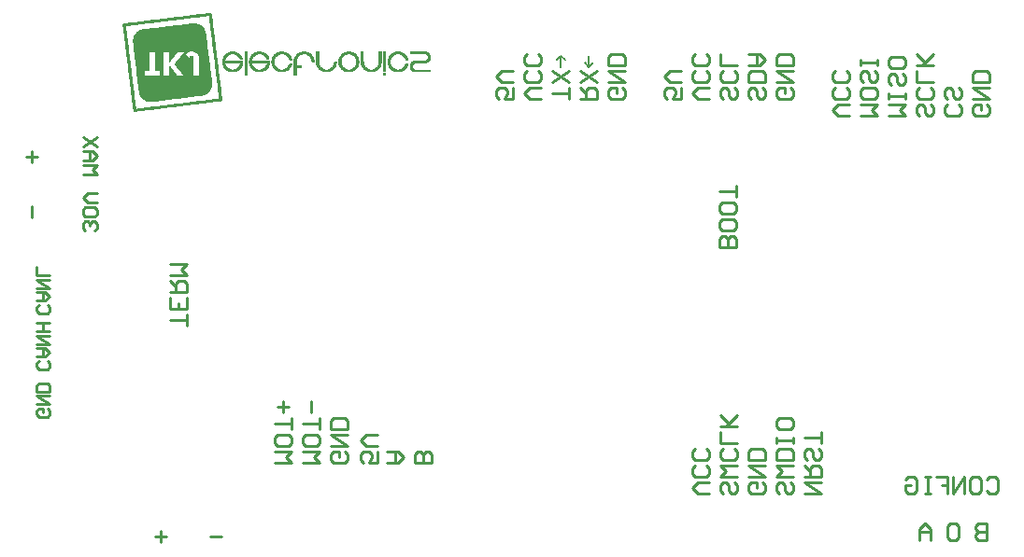
<source format=gbo>
%FSLAX43Y43*%
%MOMM*%
G71*
G01*
G75*
G04 Layer_Color=32896*
%ADD10R,1.270X0.508*%
%ADD11R,0.762X0.762*%
%ADD12R,2.160X2.500*%
%ADD13R,0.762X0.762*%
%ADD14R,2.300X0.500*%
%ADD15R,2.500X2.000*%
%ADD16R,6.200X5.800*%
%ADD17R,3.000X1.600*%
G04:AMPARAMS|DCode=18|XSize=2.5mm|YSize=1.7mm|CornerRadius=0.212mm|HoleSize=0mm|Usage=FLASHONLY|Rotation=90.000|XOffset=0mm|YOffset=0mm|HoleType=Round|Shape=RoundedRectangle|*
%AMROUNDEDRECTD18*
21,1,2.500,1.275,0,0,90.0*
21,1,2.075,1.700,0,0,90.0*
1,1,0.425,0.637,1.038*
1,1,0.425,0.637,-1.038*
1,1,0.425,-0.637,-1.038*
1,1,0.425,-0.637,1.038*
%
%ADD18ROUNDEDRECTD18*%
%ADD19R,1.524X1.524*%
%ADD20R,2.032X3.175*%
%ADD21R,1.000X1.000*%
%ADD22R,1.016X1.270*%
%ADD23R,3.500X2.200*%
%ADD24R,1.200X2.200*%
%ADD25R,1.100X0.600*%
%ADD26O,0.650X1.650*%
%ADD27R,5.600X2.100*%
%ADD28O,1.450X0.300*%
%ADD29O,0.300X1.450*%
%ADD30R,1.200X0.750*%
%ADD31R,1.700X2.500*%
%ADD32O,0.800X0.350*%
%ADD33R,4.400X1.900*%
%ADD34R,1.000X0.750*%
%ADD35C,0.203*%
%ADD36C,0.254*%
%ADD37C,0.406*%
%ADD38C,0.762*%
%ADD39C,0.508*%
%ADD40R,1.702X1.270*%
%ADD41R,2.667X3.302*%
%ADD42R,4.318X4.953*%
%ADD43R,2.667X15.240*%
%ADD44R,4.953X5.588*%
%ADD45R,6.604X3.556*%
%ADD46R,2.540X2.540*%
%ADD47R,1.219X0.635*%
%ADD48R,12.192X5.588*%
%ADD49R,9.119X4.715*%
%ADD50R,10.160X2.286*%
%ADD51R,4.826X5.588*%
%ADD52R,1.270X9.652*%
%ADD53R,10.262X8.890*%
%ADD54R,9.906X8.890*%
%ADD55R,1.270X13.589*%
%ADD56R,11.430X3.683*%
%ADD57R,11.836X3.683*%
%ADD58R,11.811X3.683*%
%ADD59R,1.270X11.303*%
%ADD60R,2.540X5.842*%
%ADD61R,4.064X14.732*%
%ADD62R,12.040X3.708*%
%ADD63R,2.413X8.128*%
%ADD64R,4.064X12.294*%
%ADD65R,37.160X3.708*%
%ADD66R,4.064X3.683*%
%ADD67R,2.413X3.175*%
%ADD68R,2.921X13.589*%
%ADD69R,4.826X4.064*%
%ADD70R,2.921X21.234*%
%ADD71R,0.889X0.762*%
%ADD72R,3.048X3.556*%
%ADD73R,5.461X3.302*%
%ADD74R,9.271X8.001*%
%ADD75R,4.953X8.890*%
%ADD76R,1.803X17.018*%
%ADD77C,6.500*%
%ADD78R,1.778X1.778*%
%ADD79C,1.778*%
%ADD80R,2.200X2.200*%
%ADD81C,2.200*%
%ADD82C,2.700*%
%ADD83R,2.700X2.700*%
%ADD84R,2.200X2.200*%
%ADD85C,0.900*%
%ADD86R,1.524X1.524*%
%ADD87C,1.524*%
%ADD88C,1.500*%
%ADD89C,0.700*%
%ADD90C,1.000*%
%ADD91C,0.500*%
%ADD92R,4.191X5.588*%
%ADD93R,6.604X3.048*%
%ADD94R,13.208X3.048*%
%ADD95R,1.270X2.794*%
%ADD96R,4.572X6.858*%
%ADD97R,2.794X17.018*%
%ADD98R,22.860X2.921*%
%ADD99R,2.921X18.796*%
%ADD100R,17.856X6.096*%
%ADD101R,6.350X12.700*%
%ADD102R,15.494X5.842*%
%ADD103C,0.250*%
%ADD104C,0.100*%
%ADD105C,0.600*%
%ADD106C,0.127*%
%ADD107C,0.025*%
%ADD108C,0.203*%
%ADD109C,0.102*%
%ADD110C,0.200*%
%ADD111C,0.152*%
%ADD112C,0.229*%
%ADD113R,0.762X0.500*%
%ADD114R,2.530X2.540*%
%ADD115R,0.500X1.000*%
%ADD116R,1.473X0.711*%
%ADD117R,0.965X0.965*%
%ADD118R,2.363X2.703*%
%ADD119R,0.965X0.965*%
%ADD120R,2.503X0.703*%
%ADD121R,2.703X2.203*%
%ADD122R,6.403X6.003*%
%ADD123R,3.203X1.803*%
G04:AMPARAMS|DCode=124|XSize=2.703mm|YSize=1.903mm|CornerRadius=0.314mm|HoleSize=0mm|Usage=FLASHONLY|Rotation=90.000|XOffset=0mm|YOffset=0mm|HoleType=Round|Shape=RoundedRectangle|*
%AMROUNDEDRECTD124*
21,1,2.703,1.275,0,0,90.0*
21,1,2.075,1.903,0,0,90.0*
1,1,0.628,0.637,1.038*
1,1,0.628,0.637,-1.038*
1,1,0.628,-0.637,-1.038*
1,1,0.628,-0.637,1.038*
%
%ADD124ROUNDEDRECTD124*%
%ADD125R,1.727X1.727*%
%ADD126R,2.235X3.378*%
%ADD127R,1.203X1.203*%
%ADD128R,1.219X1.473*%
%ADD129R,3.703X2.403*%
%ADD130R,1.403X2.403*%
%ADD131R,1.303X0.803*%
%ADD132O,0.853X1.853*%
%ADD133R,5.803X2.303*%
%ADD134O,1.653X0.503*%
%ADD135O,0.503X1.653*%
%ADD136R,1.403X0.953*%
%ADD137R,1.903X2.703*%
%ADD138O,1.003X0.553*%
%ADD139R,4.603X2.103*%
%ADD140R,1.203X0.953*%
%ADD141R,1.981X1.981*%
%ADD142C,1.981*%
%ADD143R,2.403X2.403*%
%ADD144C,2.403*%
%ADD145C,2.903*%
%ADD146R,2.903X2.903*%
%ADD147R,2.403X2.403*%
%ADD148R,1.727X1.727*%
%ADD149C,1.727*%
%ADD150C,1.703*%
%ADD151C,1.203*%
%ADD152C,0.703*%
D35*
X49022Y44704D02*
X49403Y44323D01*
X49022Y44704D02*
X49403Y44323D01*
X49022Y43688D02*
Y44704D01*
X48641Y44323D02*
X49022Y44704D01*
X51562Y43688D02*
X51943Y44069D01*
X51562Y43688D02*
Y44704D01*
X51181Y44069D02*
X51562Y43688D01*
D36*
X1041Y31043D02*
Y30027D01*
Y36043D02*
Y35027D01*
X1549Y35535D02*
X533D01*
X17217Y1041D02*
X18233D01*
X12217D02*
X13233D01*
X12725Y1549D02*
Y533D01*
X87630Y40259D02*
X87884Y40005D01*
Y39497D01*
X87630Y39243D01*
X86614D01*
X86360Y39497D01*
Y40005D01*
X86614Y40259D01*
X87122D01*
Y39751D01*
X86360Y40767D02*
X87884D01*
X86360Y41782D01*
X87884D01*
Y42290D02*
X86360D01*
Y43052D01*
X86614Y43306D01*
X87630D01*
X87884Y43052D01*
Y42290D01*
X15113Y20193D02*
Y21209D01*
Y20701D01*
X13589D01*
X15113Y22732D02*
Y21717D01*
X13589D01*
Y22732D01*
X14351Y21717D02*
Y22224D01*
X13589Y23240D02*
X15113D01*
Y24002D01*
X14859Y24256D01*
X14351D01*
X14097Y24002D01*
Y23240D01*
Y23748D02*
X13589Y24256D01*
Y24764D02*
X15113D01*
X14605Y25271D01*
X15113Y25779D01*
X13589D01*
X62484Y4953D02*
X61468D01*
X60960Y5461D01*
X61468Y5969D01*
X62484D01*
X62230Y7492D02*
X62484Y7238D01*
Y6730D01*
X62230Y6477D01*
X61214D01*
X60960Y6730D01*
Y7238D01*
X61214Y7492D01*
X62230Y9016D02*
X62484Y8762D01*
Y8254D01*
X62230Y8000D01*
X61214D01*
X60960Y8254D01*
Y8762D01*
X61214Y9016D01*
X64770Y5969D02*
X65024Y5715D01*
Y5207D01*
X64770Y4953D01*
X64516D01*
X64262Y5207D01*
Y5715D01*
X64008Y5969D01*
X63754D01*
X63500Y5715D01*
Y5207D01*
X63754Y4953D01*
X65024Y6477D02*
X63500D01*
X64008Y6984D01*
X63500Y7492D01*
X65024D01*
X64770Y9016D02*
X65024Y8762D01*
Y8254D01*
X64770Y8000D01*
X63754D01*
X63500Y8254D01*
Y8762D01*
X63754Y9016D01*
X65024Y9524D02*
X63500D01*
Y10539D01*
X65024Y11047D02*
X63500D01*
X64008D01*
X65024Y12063D01*
X64262Y11301D01*
X63500Y12063D01*
X67310Y5969D02*
X67564Y5715D01*
Y5207D01*
X67310Y4953D01*
X66294D01*
X66040Y5207D01*
Y5715D01*
X66294Y5969D01*
X66802D01*
Y5461D01*
X66040Y6477D02*
X67564D01*
X66040Y7492D01*
X67564D01*
Y8000D02*
X66040D01*
Y8762D01*
X66294Y9016D01*
X67310D01*
X67564Y8762D01*
Y8000D01*
X69850Y5969D02*
X70104Y5715D01*
Y5207D01*
X69850Y4953D01*
X69596D01*
X69342Y5207D01*
Y5715D01*
X69088Y5969D01*
X68834D01*
X68580Y5715D01*
Y5207D01*
X68834Y4953D01*
X70104Y6477D02*
X68580D01*
X69088Y6984D01*
X68580Y7492D01*
X70104D01*
Y8000D02*
X68580D01*
Y8762D01*
X68834Y9016D01*
X69850D01*
X70104Y8762D01*
Y8000D01*
Y9524D02*
Y10031D01*
Y9777D01*
X68580D01*
Y9524D01*
Y10031D01*
X70104Y11555D02*
Y11047D01*
X69850Y10793D01*
X68834D01*
X68580Y11047D01*
Y11555D01*
X68834Y11809D01*
X69850D01*
X70104Y11555D01*
X71120Y4953D02*
X72644D01*
X71120Y5969D01*
X72644D01*
X71120Y6477D02*
X72644D01*
Y7238D01*
X72390Y7492D01*
X71882D01*
X71628Y7238D01*
Y6477D01*
Y6984D02*
X71120Y7492D01*
X72390Y9016D02*
X72644Y8762D01*
Y8254D01*
X72390Y8000D01*
X72136D01*
X71882Y8254D01*
Y8762D01*
X71628Y9016D01*
X71374D01*
X71120Y8762D01*
Y8254D01*
X71374Y8000D01*
X72644Y9524D02*
Y10539D01*
Y10031D01*
X71120D01*
X6773Y28829D02*
X6985Y29041D01*
Y29464D01*
X6773Y29675D01*
X6561D01*
X6350Y29464D01*
Y29252D01*
Y29464D01*
X6138Y29675D01*
X5927D01*
X5715Y29464D01*
Y29041D01*
X5927Y28829D01*
X6773Y30099D02*
X6985Y30310D01*
Y30733D01*
X6773Y30945D01*
X5927D01*
X5715Y30733D01*
Y30310D01*
X5927Y30099D01*
X6773D01*
X6985Y31368D02*
X6138D01*
X5715Y31791D01*
X6138Y32215D01*
X6985D01*
X5715Y33907D02*
X6985D01*
X6561Y34331D01*
X6985Y34754D01*
X5715D01*
Y35177D02*
X6561D01*
X6985Y35600D01*
X6561Y36023D01*
X5715D01*
X6350D01*
Y35177D01*
X6985Y36447D02*
X5715Y37293D01*
X6985D02*
X5715Y36447D01*
X37338Y7747D02*
X35814D01*
Y8509D01*
X36068Y8763D01*
X36322D01*
X36576Y8509D01*
Y7747D01*
Y8509D01*
X36830Y8763D01*
X37084D01*
X37338Y8509D01*
Y7747D01*
X33274Y7747D02*
X34290D01*
X34798Y8255D01*
X34290Y8763D01*
X33274D01*
X34036D01*
Y7747D01*
X32385Y8763D02*
Y7747D01*
X31623D01*
X31877Y8255D01*
Y8509D01*
X31623Y8763D01*
X31115D01*
X30861Y8509D01*
Y8001D01*
X31115Y7747D01*
X32385Y9271D02*
X31369D01*
X30861Y9778D01*
X31369Y10286D01*
X32385D01*
X29464Y8763D02*
X29718Y8509D01*
Y8001D01*
X29464Y7747D01*
X28448D01*
X28194Y8001D01*
Y8509D01*
X28448Y8763D01*
X28956D01*
Y8255D01*
X28194Y9271D02*
X29718D01*
X28194Y10286D01*
X29718D01*
Y10794D02*
X28194D01*
Y11556D01*
X28448Y11810D01*
X29464D01*
X29718Y11556D01*
Y10794D01*
X85090Y40259D02*
X85343Y40005D01*
Y39497D01*
X85090Y39243D01*
X84074D01*
X83820Y39497D01*
Y40005D01*
X84074Y40259D01*
X85090Y41782D02*
X85343Y41528D01*
Y41020D01*
X85090Y40766D01*
X84836D01*
X84582Y41020D01*
Y41528D01*
X84328Y41782D01*
X84074D01*
X83820Y41528D01*
Y41020D01*
X84074Y40766D01*
X82550Y40259D02*
X82803Y40005D01*
Y39497D01*
X82550Y39243D01*
X82296D01*
X82042Y39497D01*
Y40005D01*
X81788Y40259D01*
X81534D01*
X81280Y40005D01*
Y39497D01*
X81534Y39243D01*
X82550Y41782D02*
X82803Y41528D01*
Y41020D01*
X82550Y40766D01*
X81534D01*
X81280Y41020D01*
Y41528D01*
X81534Y41782D01*
X82803Y42290D02*
X81280D01*
Y43306D01*
X82803Y43814D02*
X81280D01*
X81788D01*
X82803Y44829D01*
X82042Y44067D01*
X81280Y44829D01*
X78740Y39243D02*
X80263D01*
X79756Y39751D01*
X80263Y40259D01*
X78740D01*
X80263Y40766D02*
Y41274D01*
Y41020D01*
X78740D01*
Y40766D01*
Y41274D01*
X80010Y43052D02*
X80263Y42798D01*
Y42290D01*
X80010Y42036D01*
X79756D01*
X79502Y42290D01*
Y42798D01*
X79248Y43052D01*
X78994D01*
X78740Y42798D01*
Y42290D01*
X78994Y42036D01*
X80263Y44321D02*
Y43814D01*
X80010Y43560D01*
X78994D01*
X78740Y43814D01*
Y44321D01*
X78994Y44575D01*
X80010D01*
X80263Y44321D01*
X76200Y39243D02*
X77724D01*
X77216Y39751D01*
X77724Y40259D01*
X76200D01*
X77724Y41528D02*
Y41020D01*
X77470Y40766D01*
X76454D01*
X76200Y41020D01*
Y41528D01*
X76454Y41782D01*
X77470D01*
X77724Y41528D01*
X77470Y43306D02*
X77724Y43052D01*
Y42544D01*
X77470Y42290D01*
X77216D01*
X76962Y42544D01*
Y43052D01*
X76708Y43306D01*
X76454D01*
X76200Y43052D01*
Y42544D01*
X76454Y42290D01*
X77724Y43813D02*
Y44321D01*
Y44067D01*
X76200D01*
Y43813D01*
Y44321D01*
X75183Y39243D02*
X74168D01*
X73660Y39751D01*
X74168Y40259D01*
X75183D01*
X74930Y41782D02*
X75183Y41528D01*
Y41020D01*
X74930Y40766D01*
X73914D01*
X73660Y41020D01*
Y41528D01*
X73914Y41782D01*
X74930Y43306D02*
X75183Y43052D01*
Y42544D01*
X74930Y42290D01*
X73914D01*
X73660Y42544D01*
Y43052D01*
X73914Y43306D01*
X69850Y41783D02*
X70104Y41529D01*
Y41021D01*
X69850Y40767D01*
X68834D01*
X68580Y41021D01*
Y41529D01*
X68834Y41783D01*
X69342D01*
Y41275D01*
X68580Y42291D02*
X70104D01*
X68580Y43306D01*
X70104D01*
Y43814D02*
X68580D01*
Y44576D01*
X68834Y44830D01*
X69850D01*
X70104Y44576D01*
Y43814D01*
X67310Y41783D02*
X67563Y41529D01*
Y41021D01*
X67310Y40767D01*
X67056D01*
X66802Y41021D01*
Y41529D01*
X66548Y41783D01*
X66294D01*
X66040Y41529D01*
Y41021D01*
X66294Y40767D01*
X67563Y42291D02*
X66040D01*
Y43052D01*
X66294Y43306D01*
X67310D01*
X67563Y43052D01*
Y42291D01*
X66040Y43814D02*
X67056D01*
X67563Y44322D01*
X67056Y44830D01*
X66040D01*
X66802D01*
Y43814D01*
X64770Y41783D02*
X65023Y41529D01*
Y41021D01*
X64770Y40767D01*
X64516D01*
X64262Y41021D01*
Y41529D01*
X64008Y41783D01*
X63754D01*
X63500Y41529D01*
Y41021D01*
X63754Y40767D01*
X64770Y43306D02*
X65023Y43052D01*
Y42544D01*
X64770Y42290D01*
X63754D01*
X63500Y42544D01*
Y43052D01*
X63754Y43306D01*
X65023Y43814D02*
X63500D01*
Y44830D01*
X62484Y40767D02*
X61468D01*
X60960Y41275D01*
X61468Y41783D01*
X62484D01*
X62230Y43306D02*
X62484Y43052D01*
Y42544D01*
X62230Y42290D01*
X61214D01*
X60960Y42544D01*
Y43052D01*
X61214Y43306D01*
X62230Y44830D02*
X62484Y44576D01*
Y44068D01*
X62230Y43814D01*
X61214D01*
X60960Y44068D01*
Y44576D01*
X61214Y44830D01*
X59943Y41783D02*
Y40767D01*
X59182D01*
X59436Y41275D01*
Y41529D01*
X59182Y41783D01*
X58674D01*
X58420Y41529D01*
Y41021D01*
X58674Y40767D01*
X59943Y42290D02*
X58928D01*
X58420Y42798D01*
X58928Y43306D01*
X59943D01*
X54610Y41783D02*
X54863Y41529D01*
Y41021D01*
X54610Y40767D01*
X53594D01*
X53340Y41021D01*
Y41529D01*
X53594Y41783D01*
X54102D01*
Y41275D01*
X53340Y42291D02*
X54863D01*
X53340Y43306D01*
X54863D01*
Y43814D02*
X53340D01*
Y44576D01*
X53594Y44830D01*
X54610D01*
X54863Y44576D01*
Y43814D01*
X50800Y40767D02*
X52324D01*
Y41529D01*
X52070Y41783D01*
X51562D01*
X51308Y41529D01*
Y40767D01*
Y41275D02*
X50800Y41783D01*
X52324Y42291D02*
X50800Y43306D01*
X52324D02*
X50800Y42291D01*
X49784Y40767D02*
Y41783D01*
Y41275D01*
X48260D01*
X49784Y42290D02*
X48260Y43306D01*
X49784D02*
X48260Y42290D01*
X47243Y40767D02*
X46228D01*
X45720Y41275D01*
X46228Y41783D01*
X47243D01*
X46990Y43306D02*
X47243Y43052D01*
Y42544D01*
X46990Y42290D01*
X45974D01*
X45720Y42544D01*
Y43052D01*
X45974Y43306D01*
X46990Y44830D02*
X47243Y44576D01*
Y44068D01*
X46990Y43814D01*
X45974D01*
X45720Y44068D01*
Y44576D01*
X45974Y44830D01*
X44703Y41783D02*
Y40767D01*
X43942D01*
X44196Y41275D01*
Y41529D01*
X43942Y41783D01*
X43434D01*
X43180Y41529D01*
Y41021D01*
X43434Y40767D01*
X44703Y42290D02*
X43688D01*
X43180Y42798D01*
X43688Y43306D01*
X44703D01*
X64897Y27305D02*
X63373D01*
Y28067D01*
X63627Y28321D01*
X63881D01*
X64135Y28067D01*
Y27305D01*
Y28067D01*
X64389Y28321D01*
X64643D01*
X64897Y28067D01*
Y27305D01*
Y29590D02*
Y29082D01*
X64643Y28829D01*
X63627D01*
X63373Y29082D01*
Y29590D01*
X63627Y29844D01*
X64643D01*
X64897Y29590D01*
Y31114D02*
Y30606D01*
X64643Y30352D01*
X63627D01*
X63373Y30606D01*
Y31114D01*
X63627Y31368D01*
X64643D01*
X64897Y31114D01*
Y31876D02*
Y32891D01*
Y32383D01*
X63373D01*
X25654Y7747D02*
X27178D01*
X26670Y8255D01*
X27178Y8763D01*
X25654D01*
X27178Y10032D02*
Y9524D01*
X26924Y9271D01*
X25908D01*
X25654Y9524D01*
Y10032D01*
X25908Y10286D01*
X26924D01*
X27178Y10032D01*
Y10794D02*
Y11810D01*
Y11302D01*
X25654D01*
X26416Y12318D02*
Y13333D01*
X23114Y7747D02*
X24638D01*
X24130Y8255D01*
X24638Y8763D01*
X23114D01*
X24638Y10032D02*
Y9524D01*
X24384Y9271D01*
X23368D01*
X23114Y9524D01*
Y10032D01*
X23368Y10286D01*
X24384D01*
X24638Y10032D01*
Y10794D02*
Y11810D01*
Y11302D01*
X23114D01*
X23876Y12318D02*
Y13333D01*
X24384Y12825D02*
X23368D01*
X87630Y6223D02*
X87884Y6477D01*
X88392D01*
X88646Y6223D01*
Y5207D01*
X88392Y4953D01*
X87884D01*
X87630Y5207D01*
X86361Y6477D02*
X86869D01*
X87122Y6223D01*
Y5207D01*
X86869Y4953D01*
X86361D01*
X86107Y5207D01*
Y6223D01*
X86361Y6477D01*
X85599Y4953D02*
Y6477D01*
X84583Y4953D01*
Y6477D01*
X83060D02*
X84075D01*
Y5715D01*
X83568D01*
X84075D01*
Y4953D01*
X82552Y6477D02*
X82044D01*
X82298D01*
Y4953D01*
X82552D01*
X82044D01*
X80267Y6223D02*
X80521Y6477D01*
X81028D01*
X81282Y6223D01*
Y5207D01*
X81028Y4953D01*
X80521D01*
X80267Y5207D01*
Y5715D01*
X80775D01*
X87630Y2286D02*
Y762D01*
X86868D01*
X86614Y1016D01*
Y1270D01*
X86868Y1524D01*
X87630D01*
X86868D01*
X86614Y1778D01*
Y2032D01*
X86868Y2286D01*
X87630D01*
X85090Y2032D02*
X84836Y2286D01*
X84328D01*
X84074Y2032D01*
Y1016D01*
X84328Y762D01*
X84836D01*
X85090Y1016D01*
Y2032D01*
X82550Y762D02*
Y1778D01*
X82042Y2286D01*
X81534Y1778D01*
Y762D01*
Y1524D01*
X82550D01*
D107*
X10770Y41504D02*
X17094D01*
X10287Y45568D02*
X16916D01*
X35433Y43434D02*
X37135D01*
X35458Y43409D02*
X37135D01*
X35484Y43383D02*
X37135D01*
X35535Y43358D02*
X37135D01*
X35560Y43332D02*
X37135D01*
X35611Y43307D02*
X37135D01*
X35687Y43282D02*
X37135D01*
X10770Y41478D02*
X17069D01*
X10770Y41453D02*
X17043D01*
X10770Y41427D02*
X17018D01*
X10795Y41402D02*
X16993D01*
X10795Y41377D02*
X16967D01*
X10795Y41351D02*
X16942D01*
X10795Y41326D02*
X16916D01*
X10820Y41300D02*
X16866D01*
X10820Y41275D02*
X16815D01*
X10820Y41250D02*
X16789D01*
X10820Y41224D02*
X16713D01*
X10846Y41199D02*
X16662D01*
X10846Y41173D02*
X16612D01*
X10871Y41148D02*
X16459D01*
X10897Y41123D02*
X16332D01*
X10897Y41097D02*
X16129D01*
X10897Y41072D02*
X15900D01*
X10922Y41046D02*
X15697D01*
X10947Y41021D02*
X15494D01*
X10973Y40996D02*
X15265D01*
X10973Y40970D02*
X15113D01*
X10998Y40945D02*
X14910D01*
X11024Y40919D02*
X14681D01*
X11049Y40894D02*
X14529D01*
X11074Y40869D02*
X14275D01*
X11100Y40843D02*
X14072D01*
X11125Y40818D02*
X13894D01*
X11151Y40792D02*
X13691D01*
X11201Y40767D02*
X13462D01*
X11227Y40742D02*
X13310D01*
X11278Y40716D02*
X13081D01*
X11303Y40691D02*
X12903D01*
X11354Y40665D02*
X12725D01*
X12675Y40157D02*
X14326D01*
X12471Y40132D02*
X14097D01*
X12268Y40107D02*
X13894D01*
X12065Y40081D02*
X13691D01*
X11633Y40030D02*
X13284D01*
X11430Y40005D02*
X13081D01*
X11227Y39980D02*
X12878D01*
X10592Y42926D02*
X15672D01*
X10592Y42901D02*
X17272D01*
X10617Y42875D02*
X17272D01*
X10617Y42850D02*
X17272D01*
X10617Y42824D02*
X17272D01*
X10617Y42799D02*
X17272D01*
X10617Y42774D02*
X17272D01*
X10617Y42748D02*
X17272D01*
X10617Y42723D02*
X17272D01*
X10617Y42697D02*
X17297D01*
X10617Y42672D02*
X17297D01*
X10617Y42647D02*
X17297D01*
X10643Y42621D02*
X17297D01*
X10643Y42596D02*
X17297D01*
X10643Y42570D02*
X17297D01*
X10643Y42545D02*
X17297D01*
X10643Y42520D02*
X17297D01*
X10643Y42494D02*
X17297D01*
X10668Y42469D02*
X17323D01*
X10668Y42443D02*
X17323D01*
X10668Y42418D02*
X17323D01*
X10668Y42393D02*
X17323D01*
X10668Y42367D02*
X17323D01*
X10668Y42342D02*
X17323D01*
X10668Y42316D02*
X17348D01*
X10668Y42291D02*
X17348D01*
X10668Y42266D02*
X17348D01*
X10668Y42240D02*
X17348D01*
X10693Y42215D02*
X17348D01*
X10693Y42189D02*
X17348D01*
X10693Y42164D02*
X17348D01*
X10693Y42139D02*
X17323D01*
X10693Y42113D02*
X17323D01*
X10693Y42088D02*
X17323D01*
X10693Y42062D02*
X17323D01*
X10693Y42037D02*
X17323D01*
X10719Y42012D02*
X17323D01*
X10719Y41986D02*
X17323D01*
X10719Y41961D02*
X17323D01*
X10719Y41935D02*
X17323D01*
X10719Y41910D02*
X17297D01*
X10719Y41885D02*
X17297D01*
X10744Y41859D02*
X17297D01*
X10744Y41834D02*
X17297D01*
X10744Y41808D02*
X17272D01*
X10744Y41783D02*
X17272D01*
X10744Y41758D02*
X17247D01*
X10744Y41732D02*
X17247D01*
X10744Y41707D02*
X17221D01*
X10744Y41681D02*
X17221D01*
X10744Y41656D02*
X17196D01*
X10744Y41631D02*
X17196D01*
X10744Y41605D02*
X17170D01*
X10770Y41580D02*
X17145D01*
X10770Y41554D02*
X17145D01*
X10770Y41529D02*
X17120D01*
X10312Y45542D02*
X16916D01*
X10312Y45517D02*
X16942D01*
X10312Y45491D02*
X16942D01*
X10312Y45466D02*
X16942D01*
X10312Y45441D02*
X16942D01*
X10312Y45415D02*
X16942D01*
X10312Y45390D02*
X16942D01*
X10312Y45364D02*
X16942D01*
X10312Y45339D02*
X16942D01*
X10312Y45314D02*
X16942D01*
X10338Y45288D02*
X16942D01*
X10338Y45263D02*
X16967D01*
X10338Y45237D02*
X16967D01*
X10338Y45212D02*
X16967D01*
X10338Y45187D02*
X16967D01*
X10338Y45161D02*
X16967D01*
X10338Y45136D02*
X15418D01*
X10338Y45110D02*
X15316D01*
X20752Y44247D02*
X22581D01*
X20752Y44221D02*
X22581D01*
X20752Y44196D02*
X22581D01*
X20752Y44171D02*
X22581D01*
X20752Y44145D02*
X22581D01*
X20752Y44120D02*
X22581D01*
X20752Y44094D02*
X22581D01*
X12573Y47269D02*
X16535D01*
X12319Y47244D02*
X16561D01*
X12141Y47219D02*
X16561D01*
X11887Y47193D02*
X16586D01*
X11709Y47168D02*
X16612D01*
X11532Y47142D02*
X16637D01*
X11278Y47117D02*
X16637D01*
X11100Y47092D02*
X16662D01*
X10998Y47066D02*
X16662D01*
X10897Y47041D02*
X16662D01*
X10846Y47015D02*
X16688D01*
X10820Y46990D02*
X16713D01*
X10770Y46965D02*
X16713D01*
X10719Y46939D02*
X16713D01*
X10693Y46914D02*
X16739D01*
X10643Y46888D02*
X16739D01*
X10617Y46863D02*
X16739D01*
X10592Y46838D02*
X16739D01*
X10566Y46812D02*
X16764D01*
X10541Y46787D02*
X16764D01*
X10516Y46761D02*
X16764D01*
X10490Y46736D02*
X16764D01*
X10465Y46711D02*
X16789D01*
X10439Y46685D02*
X16789D01*
X10439Y46660D02*
X16789D01*
X10414Y46634D02*
X16789D01*
X10389Y46609D02*
X16789D01*
X10389Y46584D02*
X16789D01*
X10363Y46558D02*
X16789D01*
X10363Y46533D02*
X16789D01*
X10338Y46507D02*
X16789D01*
X10338Y46482D02*
X16789D01*
X10312Y46457D02*
X16815D01*
X10312Y46431D02*
X16815D01*
X10312Y46406D02*
X16815D01*
X10287Y46380D02*
X16815D01*
X10287Y46355D02*
X16815D01*
X10287Y46330D02*
X16815D01*
X10262Y46304D02*
X16815D01*
X10262Y46279D02*
X16840D01*
X10262Y46253D02*
X16840D01*
X10262Y46228D02*
X16840D01*
X10236Y46203D02*
X16840D01*
X10236Y46177D02*
X16840D01*
X10236Y46152D02*
X16840D01*
X10236Y46126D02*
X16840D01*
X10236Y46101D02*
X16840D01*
X10236Y46076D02*
X16866D01*
X10236Y46050D02*
X16866D01*
X10236Y46025D02*
X16866D01*
X10236Y45999D02*
X16866D01*
X10236Y45974D02*
X16866D01*
X10236Y45949D02*
X16866D01*
X10236Y45923D02*
X16866D01*
X10262Y45898D02*
X16866D01*
X10262Y45872D02*
X16866D01*
X10262Y45847D02*
X16866D01*
X10262Y45822D02*
X16891D01*
X10262Y45796D02*
X16891D01*
X10262Y45771D02*
X16891D01*
X10262Y45745D02*
X16891D01*
X10287Y45720D02*
X16891D01*
X10287Y45695D02*
X16891D01*
X10287Y45669D02*
X16916D01*
X10287Y45644D02*
X16916D01*
X10287Y45618D02*
X16916D01*
X10287Y45593D02*
X16916D01*
X12497Y48006D02*
X14122D01*
X12294Y47981D02*
X13919D01*
X12065Y47955D02*
X13716D01*
X11659Y47904D02*
X13310D01*
X11455Y47879D02*
X13081D01*
X11252Y47854D02*
X12878D01*
X11049Y47828D02*
X12675D01*
X19583Y43536D02*
X19888D01*
X17729D02*
X17907D01*
X13487D02*
X13691D01*
X15316Y47600D02*
X16002D01*
X10541Y43536D02*
X11659D01*
X9347Y47600D02*
X10820D01*
X9550Y45568D02*
X9754D01*
X33655Y43459D02*
X34087D01*
X31953D02*
X32360D01*
X29921D02*
X30328D01*
X33680Y43434D02*
X34773D01*
X31267D02*
X32334D01*
X29235D02*
X30302D01*
X33731Y43409D02*
X34722D01*
X31293D02*
X32283D01*
X29261D02*
X30277D01*
X33757Y43383D02*
X34696D01*
X31344D02*
X32258D01*
X29312D02*
X30226D01*
X33807Y43358D02*
X34646D01*
X31369D02*
X32207D01*
X29337D02*
X30175D01*
X33858Y43332D02*
X34595D01*
X31445D02*
X32156D01*
X29388D02*
X30124D01*
X33934Y43307D02*
X34519D01*
X31496D02*
X32080D01*
X29464D02*
X30074D01*
X34011Y43282D02*
X34442D01*
X31598D02*
X32004D01*
X29566D02*
X29972D01*
X35331Y45060D02*
X36779D01*
X29591D02*
X29947D01*
X35331Y45034D02*
X36855D01*
X33934D02*
X34493D01*
X29489D02*
X30048D01*
X35331Y45009D02*
X36906D01*
X33884D02*
X34569D01*
X29413D02*
X30124D01*
X35331Y44983D02*
X36932D01*
X33807D02*
X34620D01*
X29362D02*
X30175D01*
X35331Y44958D02*
X36982D01*
X33782D02*
X34671D01*
X29312D02*
X30226D01*
X35331Y44933D02*
X37008D01*
X33731D02*
X34722D01*
X29261D02*
X30251D01*
X35331Y44907D02*
X37033D01*
X33680D02*
X34747D01*
X29235D02*
X30302D01*
X33655Y44882D02*
X34112D01*
X29870D02*
X30328D01*
X33630Y44856D02*
X34011D01*
X35712Y44247D02*
X37033D01*
X35636Y44221D02*
X37008D01*
X35585Y44196D02*
X36982D01*
X35535Y44171D02*
X36957D01*
X35509Y44145D02*
X36906D01*
X35484Y44120D02*
X36855D01*
X35458Y44094D02*
X36779D01*
X27889Y43459D02*
X28296D01*
X23851D02*
X24257D01*
X21819D02*
X22250D01*
X27203Y43434D02*
X28270D01*
X23165D02*
X24232D01*
X21133D02*
X22200D01*
X27229Y43409D02*
X28245D01*
X23190D02*
X24206D01*
X21158D02*
X22174D01*
X27280Y43383D02*
X28194D01*
X23241D02*
X24155D01*
X21209D02*
X22123D01*
X27305Y43358D02*
X28143D01*
X23266D02*
X24105D01*
X21234D02*
X22098D01*
X27381Y43332D02*
X28092D01*
X23343D02*
X24054D01*
X21311D02*
X22022D01*
X27432Y43307D02*
X28042D01*
X23393D02*
X24003D01*
X21361D02*
X21971D01*
X27534Y43282D02*
X27940D01*
X23495D02*
X23901D01*
X21463D02*
X21869D01*
X25527Y45060D02*
X25883D01*
X23520D02*
X23876D01*
X21488D02*
X21844D01*
X25425Y45034D02*
X25984D01*
X23419D02*
X23978D01*
X21387D02*
X21946D01*
X25349Y45009D02*
X26060D01*
X23343D02*
X24054D01*
X21311D02*
X21996D01*
X25298Y44983D02*
X26111D01*
X23292D02*
X24105D01*
X21260D02*
X22073D01*
X25248Y44958D02*
X26162D01*
X23241D02*
X24155D01*
X21209D02*
X22098D01*
X25222Y44933D02*
X26187D01*
X23190D02*
X24181D01*
X21158D02*
X22149D01*
X25171Y44907D02*
X26238D01*
X23165D02*
X24232D01*
X21133D02*
X22200D01*
X25832Y44882D02*
X26264D01*
X23825D02*
X24257D01*
X21793D02*
X22225D01*
X17653Y40767D02*
X18263D01*
X17450Y40742D02*
X18263D01*
X17247Y40716D02*
X18263D01*
X17018Y40691D02*
X18237D01*
X16815Y40665D02*
X18237D01*
X16612Y40640D02*
X18186D01*
X16408Y40615D02*
X18034D01*
X16205Y40589D02*
X17831D01*
X15570Y40513D02*
X17221D01*
X15367Y40488D02*
X17018D01*
X15164Y40462D02*
X16815D01*
X14961Y40437D02*
X16586D01*
X14757Y40411D02*
X16383D01*
X14554Y40386D02*
X16180D01*
X14326Y40361D02*
X15977D01*
X14122Y40335D02*
X15773D01*
X13513Y40259D02*
X15138D01*
X13310Y40234D02*
X14935D01*
X13106Y40208D02*
X14732D01*
X12878Y40183D02*
X14529D01*
X19533Y43510D02*
X19863D01*
X17729D02*
X17907D01*
X13487D02*
X13716D01*
X19482Y43485D02*
X19837D01*
X17729D02*
X17932D01*
X13487D02*
X13741D01*
X19380Y43459D02*
X19812D01*
X17729D02*
X17932D01*
X13487D02*
X13767D01*
X18694Y43434D02*
X19787D01*
X17729D02*
X17932D01*
X13487D02*
X13767D01*
X17729Y43409D02*
X17932D01*
X13487D02*
X13792D01*
X17729Y43383D02*
X17932D01*
X13487D02*
X13818D01*
X17729Y43358D02*
X17932D01*
X13487D02*
X13843D01*
X17755Y43332D02*
X17932D01*
X13487D02*
X13843D01*
X17755Y43307D02*
X17932D01*
X13487D02*
X13868D01*
X17755Y43282D02*
X17958D01*
X13487D02*
X13894D01*
X17755Y43256D02*
X17958D01*
X13487D02*
X13919D01*
X17755Y43231D02*
X17958D01*
X13487D02*
X13919D01*
X17755Y43205D02*
X17958D01*
X13487D02*
X13945D01*
X17755Y43180D02*
X17958D01*
X13487D02*
X13970D01*
X17755Y43155D02*
X17958D01*
X13487D02*
X13995D01*
X17755Y43129D02*
X17958D01*
X13487D02*
X13995D01*
X13487Y43104D02*
X14021D01*
X13487Y43078D02*
X14046D01*
X13487Y43053D02*
X14072D01*
X13487Y43028D02*
X14072D01*
X13487Y43002D02*
X14097D01*
X13487Y42977D02*
X14122D01*
X13487Y42951D02*
X14148D01*
X15621Y45136D02*
X16967D01*
X13487Y45085D02*
X14199D01*
X13487Y45060D02*
X14173D01*
X13487Y45034D02*
X14173D01*
X13487Y45009D02*
X14148D01*
X13487Y44983D02*
X14122D01*
X17551Y44958D02*
X17755D01*
X13487D02*
X14097D01*
X17551Y44933D02*
X17755D01*
X13487D02*
X14097D01*
X17551Y44907D02*
X17755D01*
X13487D02*
X14072D01*
X19355Y44882D02*
X19787D01*
X17551D02*
X17755D01*
X13487D02*
X14046D01*
X19456Y44856D02*
X19837D01*
X17551D02*
X17755D01*
X13487D02*
X14021D01*
X19533Y44831D02*
X19863D01*
X17551D02*
X17755D01*
X13487D02*
X13995D01*
X19583Y44806D02*
X19888D01*
X17551D02*
X17755D01*
X13487D02*
X13995D01*
X19634Y44780D02*
X19914D01*
X17577D02*
X17755D01*
X13487D02*
X13970D01*
X19660Y44755D02*
X19939D01*
X17577D02*
X17755D01*
X13487D02*
X13945D01*
X19685Y44729D02*
X19964D01*
X17577D02*
X17780D01*
X13487D02*
X13919D01*
X19736Y44704D02*
X19964D01*
X17577D02*
X17780D01*
X13487D02*
X13919D01*
X19761Y44679D02*
X19990D01*
X17577D02*
X17780D01*
X13487D02*
X13894D01*
X19787Y44653D02*
X20015D01*
X17577D02*
X17780D01*
X13487D02*
X13868D01*
X19787Y44628D02*
X20015D01*
X17577D02*
X17780D01*
X13487D02*
X13843D01*
X17577Y44602D02*
X17780D01*
X13487D02*
X13843D01*
X17602Y44577D02*
X17780D01*
X13487D02*
X13818D01*
X17602Y44552D02*
X17780D01*
X13487D02*
X13792D01*
X17602Y44526D02*
X17805D01*
X13487D02*
X13767D01*
X17602Y44501D02*
X17805D01*
X13487D02*
X13741D01*
X17602Y44475D02*
X17805D01*
X13487D02*
X13741D01*
X17602Y44450D02*
X17805D01*
X13487D02*
X13716D01*
X17602Y44425D02*
X17805D01*
X13487D02*
X13691D01*
X17602Y44399D02*
X17805D01*
X17602Y44374D02*
X17805D01*
X17628Y44348D02*
X17805D01*
X17628Y44323D02*
X17831D01*
X17628Y44298D02*
X17831D01*
X17628Y44272D02*
X17831D01*
X18339Y44247D02*
X20142D01*
X17628D02*
X17831D01*
X18339Y44221D02*
X20142D01*
X17628D02*
X17831D01*
X18339Y44196D02*
X20142D01*
X17628D02*
X17831D01*
X18339Y44171D02*
X20142D01*
X17628D02*
X17831D01*
X18339Y44145D02*
X20142D01*
X17653D02*
X17831D01*
X18339Y44120D02*
X20142D01*
X17653D02*
X17856D01*
X18339Y44094D02*
X20142D01*
X17653D02*
X17856D01*
X17653Y44069D02*
X17856D01*
X17653Y44044D02*
X17856D01*
X17653Y44018D02*
X17856D01*
X17653Y43993D02*
X17856D01*
X17653Y43967D02*
X17856D01*
X17678Y43942D02*
X17856D01*
X17678Y43917D02*
X17882D01*
X17678Y43891D02*
X17882D01*
X17678Y43866D02*
X17882D01*
X17678Y43840D02*
X17882D01*
X17678Y43815D02*
X17882D01*
X17678Y43790D02*
X17882D01*
X17678Y43764D02*
X17882D01*
X17704Y43739D02*
X17882D01*
X17704Y43713D02*
X17907D01*
X19787Y43688D02*
X20015D01*
X17704D02*
X17907D01*
X19761Y43663D02*
X19990D01*
X17704D02*
X17907D01*
X19736Y43637D02*
X19990D01*
X17704D02*
X17907D01*
X19685Y43612D02*
X19964D01*
X17704D02*
X17907D01*
X19660Y43586D02*
X19939D01*
X17704D02*
X17907D01*
X19634Y43561D02*
X19914D01*
X17704D02*
X17907D01*
X15164Y47574D02*
X16078D01*
X14884Y47549D02*
X16154D01*
X14681Y47523D02*
X16205D01*
X14478Y47498D02*
X16256D01*
X14224Y47473D02*
X16307D01*
X14046Y47447D02*
X16332D01*
X13843Y47422D02*
X16383D01*
X13614Y47396D02*
X16408D01*
X13437Y47371D02*
X16434D01*
X13208Y47346D02*
X16459D01*
X13005Y47320D02*
X16485D01*
X12776Y47295D02*
X16510D01*
X15596Y48387D02*
X17323D01*
X15392Y48362D02*
X17018D01*
X15189Y48336D02*
X16815D01*
X14986Y48311D02*
X16612D01*
X14757Y48285D02*
X16408D01*
X14554Y48260D02*
X16205D01*
X14351Y48235D02*
X16002D01*
X14148Y48209D02*
X15773D01*
X13538Y48133D02*
X15164D01*
X13310Y48108D02*
X14961D01*
X13106Y48082D02*
X14757D01*
X12903Y48057D02*
X14529D01*
X12700Y48031D02*
X14326D01*
X15494Y47625D02*
X15951D01*
X11430Y40640D02*
X12471D01*
X11506Y40615D02*
X12268D01*
X11582Y40589D02*
X12065D01*
X11024Y39954D02*
X12649D01*
X10820Y39929D02*
X12446D01*
X10617Y39903D02*
X12243D01*
X10262Y39878D02*
X12040D01*
X10262Y39853D02*
X11836D01*
X10541Y43510D02*
X11659D01*
X10541Y43485D02*
X11659D01*
X10541Y43459D02*
X11659D01*
X10541Y43434D02*
X11659D01*
X10541Y43409D02*
X11659D01*
X9550Y45542D02*
X9754D01*
X9550Y45517D02*
X9754D01*
X9576Y45491D02*
X9754D01*
X9576Y45466D02*
X9779D01*
X9576Y45441D02*
X9779D01*
X9576Y45415D02*
X9779D01*
X9576Y45390D02*
X9779D01*
X9576Y45364D02*
X9779D01*
X9576Y45339D02*
X9779D01*
X9576Y45314D02*
X9779D01*
X9601Y45288D02*
X9779D01*
X9601Y45263D02*
X9779D01*
X9601Y45237D02*
X9804D01*
X9601Y45212D02*
X9804D01*
X9601Y45187D02*
X9804D01*
X9601Y45161D02*
X9804D01*
X9601Y45136D02*
X9804D01*
X9601Y45110D02*
X9804D01*
X10338Y45085D02*
X11684D01*
X9627D02*
X9804D01*
X10363Y45060D02*
X11659D01*
X9627D02*
X9804D01*
X10363Y45034D02*
X11659D01*
X9627D02*
X9830D01*
X10363Y45009D02*
X11659D01*
X9627D02*
X9830D01*
X10363Y44983D02*
X11659D01*
X9627D02*
X9830D01*
X10363Y44958D02*
X11659D01*
X9627D02*
X9830D01*
X10363Y44933D02*
X11659D01*
X9627D02*
X9830D01*
X10363Y44907D02*
X11659D01*
X9627D02*
X9830D01*
X10363Y44882D02*
X11659D01*
X9627D02*
X9830D01*
X10389Y44856D02*
X11659D01*
X10389Y44831D02*
X11659D01*
X10389Y44806D02*
X11659D01*
X10389Y44780D02*
X11659D01*
X10389Y44755D02*
X11659D01*
X10389Y44729D02*
X11659D01*
X10389Y44704D02*
X11659D01*
X10389Y44679D02*
X11659D01*
X10389Y44653D02*
X11659D01*
X10389Y44628D02*
X11659D01*
X10389Y44602D02*
X11659D01*
X10414Y44577D02*
X11659D01*
X10414Y44552D02*
X11659D01*
X10414Y44526D02*
X11659D01*
X10414Y44501D02*
X11659D01*
X10414Y44475D02*
X11659D01*
X10414Y44450D02*
X11659D01*
X10414Y44425D02*
X11659D01*
X10439Y44399D02*
X11659D01*
X10439Y44374D02*
X11659D01*
X10439Y44348D02*
X11659D01*
X10439Y44323D02*
X11659D01*
X10439Y44298D02*
X11659D01*
X10439Y44272D02*
X11659D01*
X10439Y44247D02*
X11659D01*
X10439Y44221D02*
X11659D01*
X10465Y44196D02*
X11659D01*
X10465Y44171D02*
X11659D01*
X10465Y44145D02*
X11659D01*
X10465Y44120D02*
X11659D01*
X10465Y44094D02*
X11659D01*
X10465Y44069D02*
X11659D01*
X10465Y44044D02*
X11659D01*
X10465Y44018D02*
X11659D01*
X10465Y43993D02*
X11659D01*
X10465Y43967D02*
X11659D01*
X10490Y43942D02*
X11659D01*
X10490Y43917D02*
X11659D01*
X10490Y43891D02*
X11659D01*
X10490Y43866D02*
X11659D01*
X10490Y43840D02*
X11659D01*
X10490Y43815D02*
X11659D01*
X10516Y43790D02*
X11659D01*
X10516Y43764D02*
X11659D01*
X10516Y43739D02*
X11659D01*
X10516Y43713D02*
X11659D01*
X10516Y43688D02*
X11659D01*
X10516Y43663D02*
X11659D01*
X10516Y43637D02*
X11659D01*
X10516Y43612D02*
X11659D01*
X10516Y43586D02*
X11659D01*
X10541Y43561D02*
X11659D01*
X9322Y47574D02*
X10617D01*
X9322Y47549D02*
X10389D01*
X9322Y47523D02*
X10185D01*
X9322Y47498D02*
X9982D01*
X9322Y47473D02*
X9779D01*
X9423Y46685D02*
X9627D01*
X9423Y46660D02*
X9627D01*
X9423Y46634D02*
X9627D01*
X9423Y46609D02*
X9627D01*
X9423Y46584D02*
X9627D01*
X9423Y46558D02*
X9627D01*
X9449Y46533D02*
X9627D01*
X9449Y46507D02*
X9627D01*
X9449Y46482D02*
X9652D01*
X9449Y46457D02*
X9652D01*
X9449Y46431D02*
X9652D01*
X9449Y46406D02*
X9652D01*
X9449Y46380D02*
X9652D01*
X9449Y46355D02*
X9652D01*
X9474Y46330D02*
X9652D01*
X9474Y46304D02*
X9652D01*
X9474Y46279D02*
X9677D01*
X9474Y46253D02*
X9677D01*
X9474Y46228D02*
X9677D01*
X9474Y46203D02*
X9677D01*
X9474Y46177D02*
X9677D01*
X9474Y46152D02*
X9677D01*
X9474Y46126D02*
X9677D01*
X9500Y46101D02*
X9677D01*
X9500Y46076D02*
X9703D01*
X9500Y46050D02*
X9703D01*
X9500Y46025D02*
X9703D01*
X9500Y45999D02*
X9703D01*
X9500Y45974D02*
X9703D01*
X9500Y45949D02*
X9703D01*
X9500Y45923D02*
X9703D01*
X9525Y45898D02*
X9703D01*
X9525Y45872D02*
X9728D01*
X9525Y45847D02*
X9728D01*
X9525Y45822D02*
X9728D01*
X9525Y45796D02*
X9728D01*
X9525Y45771D02*
X9728D01*
X9525Y45745D02*
X9728D01*
X9525Y45720D02*
X9728D01*
X9550Y45695D02*
X9728D01*
X9550Y45669D02*
X9754D01*
X9550Y45644D02*
X9754D01*
X9550Y45618D02*
X9754D01*
X9550Y45593D02*
X9754D01*
X10846Y47803D02*
X12471D01*
X10617Y47777D02*
X12268D01*
X10414Y47752D02*
X12065D01*
X10211Y47727D02*
X11836D01*
X9601Y47650D02*
X11227D01*
X9423Y47625D02*
X11024D01*
X35382Y43536D02*
X35611D01*
X34569D02*
X34874D01*
X33579D02*
X33884D01*
X32918D02*
X33096D01*
X32131D02*
X32436D01*
X31140D02*
X31445D01*
X30124D02*
X30429D01*
X29108D02*
X29413D01*
X28092D02*
X28397D01*
X27076D02*
X27407D01*
X24790D02*
X24994D01*
X24054D02*
X24359D01*
X23038D02*
X23368D01*
X22022D02*
X22327D01*
X21006D02*
X21336D01*
X20371D02*
X20549D01*
X18567D02*
X18898D01*
X17958Y41504D02*
X18161D01*
X16231Y43536D02*
X17170D01*
X17221Y47600D02*
X17424D01*
X17475Y45568D02*
X17678D01*
X14351Y43536D02*
X15672D01*
X12243D02*
X12929D01*
X9804D02*
X10008D01*
X10058Y41504D02*
X10262D01*
X36728Y44882D02*
X37033D01*
X36779Y44856D02*
X37059D01*
X36830Y44831D02*
X37084D01*
X36855Y44806D02*
X37084D01*
X36881Y44780D02*
X37109D01*
X36906Y44755D02*
X37109D01*
X36932Y44729D02*
X37135D01*
X36932Y44704D02*
X37135D01*
X36932Y44679D02*
X37135D01*
X36957Y44653D02*
X37135D01*
X36957Y44628D02*
X37135D01*
X36957Y44602D02*
X37135D01*
X36957Y44577D02*
X37135D01*
X36957Y44552D02*
X37135D01*
X36957Y44526D02*
X37135D01*
X36957Y44501D02*
X37135D01*
X36957Y44475D02*
X37135D01*
X36932Y44450D02*
X37135D01*
X36932Y44425D02*
X37135D01*
X36906Y44399D02*
X37109D01*
X36881Y44374D02*
X37109D01*
X36855Y44348D02*
X37109D01*
X36830Y44323D02*
X37084D01*
X36805Y44298D02*
X37059D01*
X36728Y44272D02*
X37059D01*
X35382Y43510D02*
X35636D01*
X34519D02*
X34849D01*
X35408Y43485D02*
X35687D01*
X34468D02*
X34823D01*
X35433Y43459D02*
X35738D01*
X34366D02*
X34798D01*
X34036Y45060D02*
X34417D01*
X34341Y44882D02*
X34798D01*
X34442Y44856D02*
X34823D01*
X34519Y44831D02*
X34849D01*
X34569Y44806D02*
X34874D01*
X34620Y44780D02*
X34900D01*
X34646Y44755D02*
X34925D01*
X34671Y44729D02*
X34950D01*
X34696Y44704D02*
X34950D01*
X34722Y44679D02*
X34976D01*
X34747Y44653D02*
X35001D01*
X34773Y44628D02*
X35001D01*
X34798Y44602D02*
X35027D01*
X34823Y44577D02*
X35027D01*
X34849Y44552D02*
X35052D01*
X34849Y44526D02*
X35052D01*
X34874Y44501D02*
X35077D01*
X34874Y44475D02*
X35077D01*
X34900Y44450D02*
X35103D01*
X34900Y44425D02*
X35103D01*
X34925Y44399D02*
X35103D01*
X34925Y44374D02*
X35103D01*
X34950Y44348D02*
X35103D01*
X35433Y44069D02*
X35763D01*
X35408Y44044D02*
X35687D01*
X35408Y44018D02*
X35662D01*
X35382Y43993D02*
X35636D01*
X35382Y43967D02*
X35611D01*
X34925D02*
X35103D01*
X35357Y43942D02*
X35585D01*
X34925D02*
X35103D01*
X35357Y43917D02*
X35560D01*
X34900D02*
X35103D01*
X35357Y43891D02*
X35535D01*
X34900D02*
X35103D01*
X35331Y43866D02*
X35535D01*
X34874D02*
X35077D01*
X35331Y43840D02*
X35535D01*
X34874D02*
X35077D01*
X35331Y43815D02*
X35509D01*
X34849D02*
X35052D01*
X35331Y43790D02*
X35509D01*
X34849D02*
X35052D01*
X35331Y43764D02*
X35509D01*
X34823D02*
X35052D01*
X35331Y43739D02*
X35509D01*
X34798D02*
X35027D01*
X35331Y43713D02*
X35509D01*
X34798D02*
X35001D01*
X35331Y43688D02*
X35509D01*
X34773D02*
X35001D01*
X35331Y43663D02*
X35535D01*
X34747D02*
X34976D01*
X35331Y43637D02*
X35535D01*
X34722D02*
X34950D01*
X35357Y43612D02*
X35560D01*
X34696D02*
X34950D01*
X35357Y43586D02*
X35560D01*
X34646D02*
X34925D01*
X35357Y43561D02*
X35585D01*
X34620D02*
X34900D01*
X33579Y43510D02*
X33934D01*
X32918D02*
X33096D01*
X32080D02*
X32410D01*
X33630Y43485D02*
X33985D01*
X32918D02*
X33096D01*
X32029D02*
X32385D01*
X32918Y43459D02*
X33096D01*
X32918Y43434D02*
X33096D01*
X32918Y43409D02*
X33096D01*
X32918Y43383D02*
X33096D01*
X32918Y43358D02*
X33096D01*
X32918Y43332D02*
X33096D01*
X32918Y43307D02*
X33096D01*
X32918Y43282D02*
X33096D01*
X32918Y43104D02*
X33096D01*
X32918Y43078D02*
X33096D01*
X32918Y43053D02*
X33096D01*
X32918Y43028D02*
X33096D01*
X32918Y43002D02*
X33096D01*
X32918Y42977D02*
X33096D01*
X32918Y42951D02*
X33096D01*
X32918Y45060D02*
X33096D01*
X32512D02*
X32715D01*
X32918Y45034D02*
X33096D01*
X32512D02*
X32715D01*
X32918Y45009D02*
X33096D01*
X32512D02*
X32715D01*
X32918Y44983D02*
X33096D01*
X32512D02*
X32715D01*
X32918Y44958D02*
X33096D01*
X32512D02*
X32715D01*
X32918Y44933D02*
X33096D01*
X32512D02*
X32715D01*
X32918Y44907D02*
X33096D01*
X32512D02*
X32715D01*
X32918Y44882D02*
X33096D01*
X32512D02*
X32715D01*
X32918Y44856D02*
X33096D01*
X32512D02*
X32715D01*
X33604Y44831D02*
X33960D01*
X32918D02*
X33096D01*
X32512D02*
X32715D01*
X33579Y44806D02*
X33884D01*
X32918D02*
X33096D01*
X32512D02*
X32715D01*
X33553Y44780D02*
X33858D01*
X32918D02*
X33096D01*
X32512D02*
X32715D01*
X33528Y44755D02*
X33807D01*
X32918D02*
X33096D01*
X32512D02*
X32715D01*
X33503Y44729D02*
X33782D01*
X32918D02*
X33096D01*
X32512D02*
X32715D01*
X33477Y44704D02*
X33757D01*
X32918D02*
X33096D01*
X32512D02*
X32715D01*
X33477Y44679D02*
X33731D01*
X32918D02*
X33096D01*
X32512D02*
X32715D01*
X33452Y44653D02*
X33706D01*
X32918D02*
X33096D01*
X32512D02*
X32715D01*
X33452Y44628D02*
X33680D01*
X32918D02*
X33096D01*
X32512D02*
X32715D01*
X33426Y44602D02*
X33655D01*
X32918D02*
X33096D01*
X32512D02*
X32715D01*
X33401Y44577D02*
X33630D01*
X32918D02*
X33096D01*
X32512D02*
X32715D01*
X33401Y44552D02*
X33630D01*
X32918D02*
X33096D01*
X32512D02*
X32715D01*
X33401Y44526D02*
X33604D01*
X32918D02*
X33096D01*
X32512D02*
X32715D01*
X33376Y44501D02*
X33579D01*
X32918D02*
X33096D01*
X32512D02*
X32715D01*
X33376Y44475D02*
X33579D01*
X32918D02*
X33096D01*
X32512D02*
X32715D01*
X33350Y44450D02*
X33553D01*
X32918D02*
X33096D01*
X32512D02*
X32715D01*
X33350Y44425D02*
X33553D01*
X32918D02*
X33096D01*
X32512D02*
X32715D01*
X33350Y44399D02*
X33553D01*
X32918D02*
X33096D01*
X32512D02*
X32715D01*
X33350Y44374D02*
X33528D01*
X32918D02*
X33096D01*
X32512D02*
X32715D01*
X33325Y44348D02*
X33528D01*
X32918D02*
X33096D01*
X32512D02*
X32715D01*
X33325Y44323D02*
X33528D01*
X32918D02*
X33096D01*
X32512D02*
X32715D01*
X33325Y44298D02*
X33528D01*
X32918D02*
X33096D01*
X32512D02*
X32715D01*
X33325Y44272D02*
X33503D01*
X32918D02*
X33096D01*
X32512D02*
X32715D01*
X33325Y44247D02*
X33503D01*
X32918D02*
X33096D01*
X32512D02*
X32715D01*
X33325Y44221D02*
X33503D01*
X32918D02*
X33096D01*
X32512D02*
X32715D01*
X33325Y44196D02*
X33503D01*
X32918D02*
X33096D01*
X32512D02*
X32715D01*
X33325Y44171D02*
X33503D01*
X32918D02*
X33096D01*
X32512D02*
X32715D01*
X33325Y44145D02*
X33503D01*
X32918D02*
X33096D01*
X32512D02*
X32715D01*
X33325Y44120D02*
X33503D01*
X32918D02*
X33096D01*
X32512D02*
X32715D01*
X33325Y44094D02*
X33503D01*
X32918D02*
X33096D01*
X32512D02*
X32715D01*
X33325Y44069D02*
X33503D01*
X32918D02*
X33096D01*
X32512D02*
X32690D01*
X33325Y44044D02*
X33503D01*
X32918D02*
X33096D01*
X32512D02*
X32690D01*
X33325Y44018D02*
X33528D01*
X32918D02*
X33096D01*
X32512D02*
X32690D01*
X33325Y43993D02*
X33528D01*
X32918D02*
X33096D01*
X32487D02*
X32690D01*
X33350Y43967D02*
X33528D01*
X32918D02*
X33096D01*
X32487D02*
X32690D01*
X33350Y43942D02*
X33553D01*
X32918D02*
X33096D01*
X32487D02*
X32690D01*
X33350Y43917D02*
X33553D01*
X32918D02*
X33096D01*
X32487D02*
X32664D01*
X33350Y43891D02*
X33553D01*
X32918D02*
X33096D01*
X32461D02*
X32664D01*
X33376Y43866D02*
X33579D01*
X32918D02*
X33096D01*
X32461D02*
X32664D01*
X33376Y43840D02*
X33579D01*
X32918D02*
X33096D01*
X32436D02*
X32639D01*
X33376Y43815D02*
X33604D01*
X32918D02*
X33096D01*
X32436D02*
X32639D01*
X33401Y43790D02*
X33604D01*
X32918D02*
X33096D01*
X32410D02*
X32614D01*
X33401Y43764D02*
X33630D01*
X32918D02*
X33096D01*
X32385D02*
X32614D01*
X33426Y43739D02*
X33655D01*
X32918D02*
X33096D01*
X32385D02*
X32588D01*
X33426Y43713D02*
X33680D01*
X32918D02*
X33096D01*
X32360D02*
X32588D01*
X33452Y43688D02*
X33680D01*
X32918D02*
X33096D01*
X32334D02*
X32563D01*
X33477Y43663D02*
X33706D01*
X32918D02*
X33096D01*
X32309D02*
X32537D01*
X33477Y43637D02*
X33731D01*
X32918D02*
X33096D01*
X32283D02*
X32537D01*
X33503Y43612D02*
X33782D01*
X32918D02*
X33096D01*
X32258D02*
X32512D01*
X33528Y43586D02*
X33807D01*
X32918D02*
X33096D01*
X32233D02*
X32487D01*
X33553Y43561D02*
X33833D01*
X32918D02*
X33096D01*
X32182D02*
X32461D01*
X31166Y43510D02*
X31496D01*
X30074D02*
X30404D01*
X31191Y43485D02*
X31572D01*
X29997D02*
X30378D01*
X31217Y43459D02*
X31648D01*
X30886Y45060D02*
X31064D01*
X30886Y45034D02*
X31064D01*
X30886Y45009D02*
X31064D01*
X30886Y44983D02*
X31064D01*
X30886Y44958D02*
X31064D01*
X30886Y44933D02*
X31064D01*
X30886Y44907D02*
X31064D01*
X30886Y44882D02*
X31064D01*
X30886Y44856D02*
X31064D01*
X29972D02*
X30353D01*
X30886Y44831D02*
X31064D01*
X30048D02*
X30404D01*
X30886Y44806D02*
X31064D01*
X30099D02*
X30429D01*
X30886Y44780D02*
X31064D01*
X30150D02*
X30455D01*
X30886Y44755D02*
X31064D01*
X30175D02*
X30455D01*
X30886Y44729D02*
X31064D01*
X30226D02*
X30480D01*
X30886Y44704D02*
X31064D01*
X30251D02*
X30505D01*
X30886Y44679D02*
X31064D01*
X30277D02*
X30531D01*
X30886Y44653D02*
X31064D01*
X30302D02*
X30531D01*
X30886Y44628D02*
X31064D01*
X30328D02*
X30556D01*
X30886Y44602D02*
X31064D01*
X30353D02*
X30582D01*
X30886Y44577D02*
X31064D01*
X30353D02*
X30582D01*
X30886Y44552D02*
X31064D01*
X30378D02*
X30607D01*
X30886Y44526D02*
X31064D01*
X30404D02*
X30607D01*
X30886Y44501D02*
X31064D01*
X30404D02*
X30607D01*
X30886Y44475D02*
X31064D01*
X30429D02*
X30632D01*
X30886Y44450D02*
X31064D01*
X30429D02*
X30632D01*
X30886Y44425D02*
X31064D01*
X30455D02*
X30632D01*
X30886Y44399D02*
X31064D01*
X30455D02*
X30658D01*
X30886Y44374D02*
X31064D01*
X30455D02*
X30658D01*
X30886Y44348D02*
X31064D01*
X30480D02*
X30658D01*
X30886Y44323D02*
X31064D01*
X30480D02*
X30658D01*
X30886Y44298D02*
X31064D01*
X30480D02*
X30658D01*
X30886Y44272D02*
X31064D01*
X30480D02*
X30683D01*
X30886Y44247D02*
X31064D01*
X30480D02*
X30683D01*
X30886Y44221D02*
X31064D01*
X30480D02*
X30683D01*
X30886Y44196D02*
X31064D01*
X30480D02*
X30683D01*
X30886Y44171D02*
X31064D01*
X30505D02*
X30683D01*
X30886Y44145D02*
X31064D01*
X30480D02*
X30683D01*
X30886Y44120D02*
X31090D01*
X30480D02*
X30683D01*
X30886Y44094D02*
X31090D01*
X30480D02*
X30683D01*
X30886Y44069D02*
X31090D01*
X30480D02*
X30683D01*
X30886Y44044D02*
X31090D01*
X30480D02*
X30658D01*
X30912Y44018D02*
X31090D01*
X30480D02*
X30658D01*
X30912Y43993D02*
X31090D01*
X30480D02*
X30658D01*
X30912Y43967D02*
X31115D01*
X30455D02*
X30658D01*
X30912Y43942D02*
X31115D01*
X30455D02*
X30658D01*
X30912Y43917D02*
X31115D01*
X30455D02*
X30632D01*
X30937Y43891D02*
X31140D01*
X30429D02*
X30632D01*
X30937Y43866D02*
X31140D01*
X30429D02*
X30632D01*
X30963Y43840D02*
X31166D01*
X30404D02*
X30607D01*
X30963Y43815D02*
X31166D01*
X30404D02*
X30607D01*
X30963Y43790D02*
X31191D01*
X30378D02*
X30607D01*
X30988Y43764D02*
X31191D01*
X30353D02*
X30582D01*
X30988Y43739D02*
X31217D01*
X30353D02*
X30582D01*
X31013Y43713D02*
X31242D01*
X30328D02*
X30556D01*
X31039Y43688D02*
X31267D01*
X30302D02*
X30531D01*
X31039Y43663D02*
X31293D01*
X30277D02*
X30531D01*
X31064Y43637D02*
X31318D01*
X30251D02*
X30505D01*
X31090Y43612D02*
X31344D01*
X30226D02*
X30480D01*
X31090Y43586D02*
X31369D01*
X30201D02*
X30480D01*
X31115Y43561D02*
X31420D01*
X30150D02*
X30455D01*
X29134Y43510D02*
X29464D01*
X28042D02*
X28372D01*
X29159Y43485D02*
X29540D01*
X27965D02*
X28346D01*
X29185Y43459D02*
X29616D01*
X29210Y44882D02*
X29667D01*
X29159Y44856D02*
X29566D01*
X29134Y44831D02*
X29489D01*
X29108Y44806D02*
X29439D01*
X29083Y44780D02*
X29388D01*
X29058Y44755D02*
X29362D01*
X29058Y44729D02*
X29312D01*
X29032Y44704D02*
X29286D01*
X29007Y44679D02*
X29261D01*
X29007Y44653D02*
X29235D01*
X28981Y44628D02*
X29210D01*
X28956Y44602D02*
X29185D01*
X28956Y44577D02*
X29185D01*
X28931Y44552D02*
X29159D01*
X28931Y44526D02*
X29134D01*
X28931Y44501D02*
X29134D01*
X28905Y44475D02*
X29108D01*
X28905Y44450D02*
X29108D01*
X28905Y44425D02*
X29108D01*
X28880Y44399D02*
X29083D01*
X28880Y44374D02*
X29083D01*
X28880Y44348D02*
X29058D01*
X28880Y44323D02*
X29058D01*
X28880Y44298D02*
X29058D01*
X28854Y44272D02*
X29058D01*
X28854Y44247D02*
X29058D01*
X28854Y44221D02*
X29058D01*
X28854Y44196D02*
X29058D01*
X28854Y44171D02*
X29058D01*
X28854Y44145D02*
X29058D01*
X28473D02*
X28651D01*
X28854Y44120D02*
X29058D01*
X28473D02*
X28651D01*
X28854Y44094D02*
X29058D01*
X28448D02*
X28651D01*
X28854Y44069D02*
X29058D01*
X28448D02*
X28651D01*
X28880Y44044D02*
X29058D01*
X28448D02*
X28651D01*
X28880Y44018D02*
X29058D01*
X28448D02*
X28626D01*
X28880Y43993D02*
X29058D01*
X28448D02*
X28626D01*
X28880Y43967D02*
X29083D01*
X28423D02*
X28626D01*
X28880Y43942D02*
X29083D01*
X28423D02*
X28626D01*
X28905Y43917D02*
X29083D01*
X28423D02*
X28626D01*
X28905Y43891D02*
X29108D01*
X28397D02*
X28600D01*
X28905Y43866D02*
X29108D01*
X28397D02*
X28600D01*
X28931Y43840D02*
X29134D01*
X28372D02*
X28600D01*
X28931Y43815D02*
X29134D01*
X28372D02*
X28575D01*
X28931Y43790D02*
X29159D01*
X28346D02*
X28575D01*
X28956Y43764D02*
X29185D01*
X28346D02*
X28550D01*
X28956Y43739D02*
X29185D01*
X28321D02*
X28550D01*
X28981Y43713D02*
X29210D01*
X28296D02*
X28524D01*
X28981Y43688D02*
X29235D01*
X28270D02*
X28499D01*
X29007Y43663D02*
X29261D01*
X28245D02*
X28499D01*
X29032Y43637D02*
X29286D01*
X28219D02*
X28473D01*
X29032Y43612D02*
X29312D01*
X28194D02*
X28448D01*
X29058Y43586D02*
X29337D01*
X28169D02*
X28448D01*
X29083Y43561D02*
X29388D01*
X28118D02*
X28423D01*
X27102Y43510D02*
X27457D01*
X27127Y43485D02*
X27508D01*
X27153Y43459D02*
X27584D01*
X26822Y45060D02*
X27026D01*
X26822Y45034D02*
X27026D01*
X26822Y45009D02*
X27026D01*
X26822Y44983D02*
X27026D01*
X26822Y44958D02*
X27026D01*
X26822Y44933D02*
X27026D01*
X26822Y44907D02*
X27026D01*
X26822Y44882D02*
X27026D01*
X26822Y44856D02*
X27026D01*
X25933D02*
X26314D01*
X26822Y44831D02*
X27026D01*
X25984D02*
X26340D01*
X26822Y44806D02*
X27026D01*
X26035D02*
X26365D01*
X26822Y44780D02*
X27026D01*
X26086D02*
X26391D01*
X26822Y44755D02*
X27026D01*
X26137D02*
X26416D01*
X26822Y44729D02*
X27026D01*
X26162D02*
X26416D01*
X26822Y44704D02*
X27026D01*
X26187D02*
X26441D01*
X26822Y44679D02*
X27026D01*
X26213D02*
X26467D01*
X26822Y44653D02*
X27026D01*
X26238D02*
X26467D01*
X26822Y44628D02*
X27026D01*
X26264D02*
X26492D01*
X26822Y44602D02*
X27026D01*
X26289D02*
X26518D01*
X26822Y44577D02*
X27026D01*
X26289D02*
X26518D01*
X26822Y44552D02*
X27026D01*
X26314D02*
X26543D01*
X26822Y44526D02*
X27026D01*
X26340D02*
X26543D01*
X26822Y44501D02*
X27026D01*
X26340D02*
X26568D01*
X26822Y44475D02*
X27026D01*
X26365D02*
X26568D01*
X26822Y44450D02*
X27026D01*
X26365D02*
X26568D01*
X26822Y44425D02*
X27026D01*
X26391D02*
X26594D01*
X26822Y44399D02*
X27026D01*
X26391D02*
X26594D01*
X26822Y44374D02*
X27026D01*
X26391D02*
X26594D01*
X26822Y44348D02*
X27026D01*
X26416D02*
X26594D01*
X26822Y44323D02*
X27026D01*
X26416D02*
X26619D01*
X26822Y44298D02*
X27026D01*
X26416D02*
X26619D01*
X26822Y44272D02*
X27026D01*
X26416D02*
X26619D01*
X26822Y44247D02*
X27026D01*
X26441D02*
X26619D01*
X26822Y44221D02*
X27026D01*
X26441D02*
X26619D01*
X26822Y44196D02*
X27026D01*
X26441D02*
X26619D01*
X26822Y44171D02*
X27026D01*
X26441D02*
X26619D01*
X26822Y44145D02*
X27026D01*
X26822Y44120D02*
X27026D01*
X26822Y44094D02*
X27026D01*
X26848Y44069D02*
X27026D01*
X26848Y44044D02*
X27026D01*
X26848Y44018D02*
X27026D01*
X26848Y43993D02*
X27051D01*
X26848Y43967D02*
X27051D01*
X26848Y43942D02*
X27051D01*
X26873Y43917D02*
X27076D01*
X26873Y43891D02*
X27076D01*
X26873Y43866D02*
X27076D01*
X26899Y43840D02*
X27102D01*
X26899Y43815D02*
X27102D01*
X26899Y43790D02*
X27127D01*
X26924Y43764D02*
X27153D01*
X26924Y43739D02*
X27153D01*
X26949Y43713D02*
X27178D01*
X26975Y43688D02*
X27203D01*
X26975Y43663D02*
X27229D01*
X27000Y43637D02*
X27254D01*
X27026Y43612D02*
X27280D01*
X27026Y43586D02*
X27305D01*
X27051Y43561D02*
X27356D01*
X24790Y43510D02*
X24994D01*
X24003D02*
X24333D01*
X24790Y43485D02*
X24994D01*
X23927D02*
X24308D01*
X24790Y43459D02*
X24994D01*
X24790Y43434D02*
X24994D01*
X24790Y43409D02*
X24994D01*
X24790Y43383D02*
X24994D01*
X24790Y43358D02*
X24994D01*
X24790Y43332D02*
X24994D01*
X24790Y43307D02*
X24994D01*
X24790Y43282D02*
X24994D01*
X24790Y43256D02*
X24994D01*
X24790Y43231D02*
X24994D01*
X24790Y43205D02*
X24994D01*
X24790Y43180D02*
X24994D01*
X24790Y43155D02*
X24994D01*
X24790Y43129D02*
X24994D01*
X24790Y43104D02*
X24994D01*
X24790Y43078D02*
X24994D01*
X24790Y43053D02*
X24994D01*
X24790Y43028D02*
X24994D01*
X24790Y43002D02*
X24994D01*
X25146Y44882D02*
X25603D01*
X25095Y44856D02*
X25502D01*
X23927D02*
X24282D01*
X25070Y44831D02*
X25425D01*
X23978D02*
X24308D01*
X25044Y44806D02*
X25375D01*
X24028D02*
X24333D01*
X25019Y44780D02*
X25324D01*
X24079D02*
X24359D01*
X25019Y44755D02*
X25298D01*
X24130D02*
X24384D01*
X24994Y44729D02*
X25273D01*
X24155D02*
X24409D01*
X24968Y44704D02*
X25222D01*
X24181D02*
X24435D01*
X24943Y44679D02*
X25197D01*
X24206D02*
X24435D01*
X24943Y44653D02*
X25171D01*
X24232D02*
X24460D01*
X24917Y44628D02*
X25146D01*
X24257D02*
X24486D01*
X24917Y44602D02*
X25146D01*
X24282D02*
X24486D01*
X24892Y44577D02*
X25121D01*
X24308D02*
X24511D01*
X24892Y44552D02*
X25095D01*
X24308D02*
X24511D01*
X24867Y44526D02*
X25095D01*
X24333D02*
X24536D01*
X24867Y44501D02*
X25070D01*
X24333D02*
X24536D01*
X24841Y44475D02*
X25070D01*
X24359D02*
X24562D01*
X24841Y44450D02*
X25044D01*
X24359D02*
X24562D01*
X24841Y44425D02*
X25044D01*
X24384D02*
X24562D01*
X24816Y44399D02*
X25019D01*
X24384D02*
X24587D01*
X24816Y44374D02*
X25019D01*
X24409D02*
X24587D01*
X24816Y44348D02*
X25019D01*
X24409D02*
X24587D01*
X24816Y44323D02*
X24994D01*
X24816Y44298D02*
X24994D01*
X24816Y44272D02*
X24994D01*
X24816Y44247D02*
X24994D01*
X24816Y44221D02*
X24994D01*
X24790Y44196D02*
X24994D01*
X24790Y44171D02*
X24994D01*
X24790Y44145D02*
X24994D01*
X24790Y44120D02*
X24994D01*
X24790Y44094D02*
X24994D01*
X24790Y44069D02*
X24994D01*
X24790Y44044D02*
X24994D01*
X24790Y44018D02*
X24994D01*
X24790Y43993D02*
X24994D01*
X24790Y43967D02*
X24994D01*
X24409D02*
X24587D01*
X24790Y43942D02*
X24994D01*
X24384D02*
X24587D01*
X24790Y43917D02*
X24994D01*
X24384D02*
X24562D01*
X24790Y43891D02*
X24994D01*
X24359D02*
X24562D01*
X24790Y43866D02*
X24994D01*
X24359D02*
X24562D01*
X24790Y43840D02*
X24994D01*
X24333D02*
X24536D01*
X24790Y43815D02*
X24994D01*
X24333D02*
X24536D01*
X24790Y43790D02*
X25476D01*
X24308D02*
X24536D01*
X24790Y43764D02*
X25476D01*
X24308D02*
X24511D01*
X24790Y43739D02*
X25476D01*
X24282D02*
X24511D01*
X24790Y43713D02*
X25476D01*
X24257D02*
X24486D01*
X24790Y43688D02*
X25476D01*
X24232D02*
X24460D01*
X24790Y43663D02*
X25476D01*
X24206D02*
X24460D01*
X24790Y43637D02*
X25476D01*
X24181D02*
X24435D01*
X24790Y43612D02*
X24994D01*
X24155D02*
X24409D01*
X24790Y43586D02*
X24994D01*
X24130D02*
X24384D01*
X24790Y43561D02*
X24994D01*
X24079D02*
X24384D01*
X23063Y43510D02*
X23419D01*
X21971D02*
X22301D01*
X23089Y43485D02*
X23470D01*
X21895D02*
X22276D01*
X23114Y43459D02*
X23546D01*
X23139Y44882D02*
X23597D01*
X23089Y44856D02*
X23495D01*
X21895D02*
X22250D01*
X23063Y44831D02*
X23419D01*
X21971D02*
X22276D01*
X23038Y44806D02*
X23368D01*
X22022D02*
X22301D01*
X23012Y44780D02*
X23317D01*
X22047D02*
X22327D01*
X22987Y44755D02*
X23292D01*
X22098D02*
X22352D01*
X22987Y44729D02*
X23241D01*
X22123D02*
X22377D01*
X22962Y44704D02*
X23216D01*
X22149D02*
X22403D01*
X22936Y44679D02*
X23190D01*
X22174D02*
X22428D01*
X22936Y44653D02*
X23165D01*
X22200D02*
X22428D01*
X22911Y44628D02*
X23139D01*
X22225D02*
X22454D01*
X22885Y44602D02*
X23114D01*
X22250D02*
X22479D01*
X22885Y44577D02*
X23114D01*
X22276D02*
X22479D01*
X22860Y44552D02*
X23089D01*
X22276D02*
X22504D01*
X22860Y44526D02*
X23063D01*
X22301D02*
X22504D01*
X22860Y44501D02*
X23063D01*
X22301D02*
X22504D01*
X22835Y44475D02*
X23038D01*
X22327D02*
X22530D01*
X22835Y44450D02*
X23038D01*
X22327D02*
X22530D01*
X22835Y44425D02*
X23038D01*
X22809Y44399D02*
X23012D01*
X22809Y44374D02*
X23012D01*
X22809Y44348D02*
X23012D01*
X22809Y44323D02*
X22987D01*
X22809Y44298D02*
X22987D01*
X22784Y44272D02*
X22987D01*
X22784Y44247D02*
X22987D01*
X22784Y44221D02*
X22987D01*
X22784Y44196D02*
X22987D01*
X22784Y44171D02*
X22987D01*
X22784Y44145D02*
X22987D01*
X22784Y44120D02*
X22987D01*
X22784Y44094D02*
X22987D01*
X22784Y44069D02*
X22987D01*
X22377D02*
X22581D01*
X22809Y44044D02*
X22987D01*
X22377D02*
X22555D01*
X22809Y44018D02*
X22987D01*
X22377D02*
X22555D01*
X22809Y43993D02*
X22987D01*
X22377D02*
X22555D01*
X22809Y43967D02*
X23012D01*
X22377D02*
X22555D01*
X22809Y43942D02*
X23012D01*
X22352D02*
X22555D01*
X22835Y43917D02*
X23012D01*
X22352D02*
X22530D01*
X22835Y43891D02*
X23038D01*
X22327D02*
X22530D01*
X22835Y43866D02*
X23038D01*
X22327D02*
X22530D01*
X22860Y43840D02*
X23063D01*
X22301D02*
X22504D01*
X22860Y43815D02*
X23063D01*
X22301D02*
X22504D01*
X22860Y43790D02*
X23089D01*
X22276D02*
X22504D01*
X22885Y43764D02*
X23114D01*
X22276D02*
X22479D01*
X22885Y43739D02*
X23114D01*
X22250D02*
X22479D01*
X22911Y43713D02*
X23139D01*
X22225D02*
X22454D01*
X22936Y43688D02*
X23165D01*
X22200D02*
X22454D01*
X22936Y43663D02*
X23190D01*
X22174D02*
X22428D01*
X22962Y43637D02*
X23216D01*
X22149D02*
X22403D01*
X22987Y43612D02*
X23241D01*
X22123D02*
X22403D01*
X22987Y43586D02*
X23266D01*
X22098D02*
X22377D01*
X23012Y43561D02*
X23317D01*
X22047D02*
X22352D01*
X21031Y43510D02*
X21387D01*
X20371D02*
X20549D01*
X21057Y43485D02*
X21438D01*
X20371D02*
X20549D01*
X21082Y43459D02*
X21514D01*
X20371D02*
X20549D01*
X20371Y43434D02*
X20549D01*
X20371Y43409D02*
X20549D01*
X20371Y43383D02*
X20549D01*
X20371Y43358D02*
X20549D01*
X20371Y43332D02*
X20549D01*
X20371Y43307D02*
X20549D01*
X20371Y43282D02*
X20549D01*
X20371Y43256D02*
X20549D01*
X20371Y43231D02*
X20549D01*
X20371Y43205D02*
X20549D01*
X20371Y43180D02*
X20549D01*
X20371Y43155D02*
X20549D01*
X20371Y43129D02*
X20549D01*
X20371Y43104D02*
X20549D01*
X20371Y43078D02*
X20549D01*
X20371Y43053D02*
X20549D01*
X20371Y43028D02*
X20549D01*
X20371Y43002D02*
X20549D01*
X20371Y42977D02*
X20549D01*
X20371Y42951D02*
X20549D01*
X20371Y45060D02*
X20549D01*
X20371Y45034D02*
X20549D01*
X20371Y45009D02*
X20549D01*
X20371Y44983D02*
X20549D01*
X20371Y44958D02*
X20549D01*
X20371Y44933D02*
X20549D01*
X20371Y44907D02*
X20549D01*
X21107Y44882D02*
X21565D01*
X20371D02*
X20549D01*
X21057Y44856D02*
X21463D01*
X20371D02*
X20549D01*
X21031Y44831D02*
X21387D01*
X20371D02*
X20549D01*
X21006Y44806D02*
X21336D01*
X20371D02*
X20549D01*
X20980Y44780D02*
X21285D01*
X20371D02*
X20549D01*
X20955Y44755D02*
X21260D01*
X20371D02*
X20549D01*
X20955Y44729D02*
X21209D01*
X20371D02*
X20549D01*
X20930Y44704D02*
X21184D01*
X20371D02*
X20549D01*
X20904Y44679D02*
X21158D01*
X20371D02*
X20549D01*
X20904Y44653D02*
X21133D01*
X20371D02*
X20549D01*
X20879Y44628D02*
X21107D01*
X20371D02*
X20549D01*
X20853Y44602D02*
X21082D01*
X20371D02*
X20549D01*
X19812D02*
X20041D01*
X20853Y44577D02*
X21082D01*
X20371D02*
X20549D01*
X19837D02*
X20041D01*
X20853Y44552D02*
X21057D01*
X20371D02*
X20549D01*
X19863D02*
X20066D01*
X20828Y44526D02*
X21031D01*
X20371D02*
X20549D01*
X19863D02*
X20066D01*
X20828Y44501D02*
X21031D01*
X20371D02*
X20549D01*
X19888D02*
X20091D01*
X20803Y44475D02*
X21006D01*
X20371D02*
X20549D01*
X19888D02*
X20091D01*
X20803Y44450D02*
X21006D01*
X20371D02*
X20549D01*
X19914D02*
X20117D01*
X20803Y44425D02*
X20980D01*
X20371D02*
X20549D01*
X20777Y44399D02*
X20980D01*
X20371D02*
X20549D01*
X20777Y44374D02*
X20980D01*
X20371D02*
X20549D01*
X20777Y44348D02*
X20955D01*
X20371D02*
X20549D01*
X20777Y44323D02*
X20955D01*
X20371D02*
X20549D01*
X20777Y44298D02*
X20955D01*
X20371D02*
X20549D01*
X20777Y44272D02*
X20955D01*
X20371D02*
X20549D01*
X20371Y44247D02*
X20549D01*
X20371Y44221D02*
X20549D01*
X20371Y44196D02*
X20549D01*
X20371Y44171D02*
X20549D01*
X20371Y44145D02*
X20549D01*
X20371Y44120D02*
X20549D01*
X20371Y44094D02*
X20549D01*
X20777Y44069D02*
X20955D01*
X20371D02*
X20549D01*
X19964D02*
X20142D01*
X20777Y44044D02*
X20955D01*
X20371D02*
X20549D01*
X19964D02*
X20142D01*
X20777Y44018D02*
X20955D01*
X20371D02*
X20549D01*
X19939D02*
X20142D01*
X20777Y43993D02*
X20955D01*
X20371D02*
X20549D01*
X19939D02*
X20142D01*
X20777Y43967D02*
X20980D01*
X20371D02*
X20549D01*
X19939D02*
X20117D01*
X20777Y43942D02*
X20980D01*
X20371D02*
X20549D01*
X19939D02*
X20117D01*
X20803Y43917D02*
X20980D01*
X20371D02*
X20549D01*
X19914D02*
X20117D01*
X20803Y43891D02*
X21006D01*
X20371D02*
X20549D01*
X19914D02*
X20117D01*
X20803Y43866D02*
X21006D01*
X20371D02*
X20549D01*
X19888D02*
X20091D01*
X20828Y43840D02*
X21031D01*
X20371D02*
X20549D01*
X19888D02*
X20091D01*
X20828Y43815D02*
X21031D01*
X20371D02*
X20549D01*
X19863D02*
X20066D01*
X20828Y43790D02*
X21057D01*
X20371D02*
X20549D01*
X19863D02*
X20066D01*
X20853Y43764D02*
X21057D01*
X20371D02*
X20549D01*
X19837D02*
X20066D01*
X20853Y43739D02*
X21082D01*
X20371D02*
X20549D01*
X19812D02*
X20041D01*
X20879Y43713D02*
X21107D01*
X20371D02*
X20549D01*
X19812D02*
X20041D01*
X20904Y43688D02*
X21133D01*
X20371D02*
X20549D01*
X20904Y43663D02*
X21158D01*
X20371D02*
X20549D01*
X20930Y43637D02*
X21184D01*
X20371D02*
X20549D01*
X20955Y43612D02*
X21209D01*
X20371D02*
X20549D01*
X20955Y43586D02*
X21234D01*
X20371D02*
X20549D01*
X20980Y43561D02*
X21285D01*
X20371D02*
X20549D01*
X17958Y41478D02*
X18161D01*
X17983Y41453D02*
X18161D01*
X17983Y41427D02*
X18186D01*
X17983Y41402D02*
X18186D01*
X17983Y41377D02*
X18186D01*
X17983Y41351D02*
X18186D01*
X17983Y41326D02*
X18186D01*
X17983Y41300D02*
X18186D01*
X17983Y41275D02*
X18186D01*
X18009Y41250D02*
X18186D01*
X18009Y41224D02*
X18212D01*
X18009Y41199D02*
X18212D01*
X18009Y41173D02*
X18212D01*
X18009Y41148D02*
X18212D01*
X18009Y41123D02*
X18212D01*
X18009Y41097D02*
X18212D01*
X18009Y41072D02*
X18212D01*
X18034Y41046D02*
X18212D01*
X18034Y41021D02*
X18237D01*
X18034Y40996D02*
X18237D01*
X18034Y40970D02*
X18237D01*
X18034Y40945D02*
X18237D01*
X18034Y40919D02*
X18237D01*
X18034Y40894D02*
X18237D01*
X18034Y40869D02*
X18237D01*
X18059Y40843D02*
X18237D01*
X18059Y40818D02*
X18237D01*
X17856Y40792D02*
X18263D01*
X18593Y43510D02*
X18948D01*
X18644Y43485D02*
X18999D01*
X18669Y43459D02*
X19101D01*
X18745Y43409D02*
X19736D01*
X18771Y43383D02*
X19710D01*
X18821Y43358D02*
X19660D01*
X18872Y43332D02*
X19609D01*
X18948Y43307D02*
X19533D01*
X19025Y43282D02*
X19456D01*
X17780Y43104D02*
X17958D01*
X17780Y43078D02*
X17983D01*
X17780Y43053D02*
X17983D01*
X17780Y43028D02*
X17983D01*
X17780Y43002D02*
X17983D01*
X17780Y42977D02*
X17983D01*
X17780Y42951D02*
X17983D01*
X17780Y42926D02*
X17983D01*
X17805Y42901D02*
X17983D01*
X17805Y42875D02*
X18009D01*
X17805Y42850D02*
X18009D01*
X17805Y42824D02*
X18009D01*
X17805Y42799D02*
X18009D01*
X17805Y42774D02*
X18009D01*
X17805Y42748D02*
X18009D01*
X17805Y42723D02*
X18009D01*
X17831Y42697D02*
X18009D01*
X17831Y42672D02*
X18034D01*
X17831Y42647D02*
X18034D01*
X17831Y42621D02*
X18034D01*
X17831Y42596D02*
X18034D01*
X17831Y42570D02*
X18034D01*
X17831Y42545D02*
X18034D01*
X17831Y42520D02*
X18034D01*
X17856Y42494D02*
X18034D01*
X17856Y42469D02*
X18059D01*
X17856Y42443D02*
X18059D01*
X17856Y42418D02*
X18059D01*
X17856Y42393D02*
X18059D01*
X17856Y42367D02*
X18059D01*
X17856Y42342D02*
X18059D01*
X17856Y42316D02*
X18059D01*
X17882Y42291D02*
X18059D01*
X17882Y42266D02*
X18085D01*
X17882Y42240D02*
X18085D01*
X17882Y42215D02*
X18085D01*
X17882Y42189D02*
X18085D01*
X17882Y42164D02*
X18085D01*
X17882Y42139D02*
X18085D01*
X17882Y42113D02*
X18085D01*
X17907Y42088D02*
X18085D01*
X17907Y42062D02*
X18085D01*
X17907Y42037D02*
X18110D01*
X17907Y42012D02*
X18110D01*
X17907Y41986D02*
X18110D01*
X17907Y41961D02*
X18110D01*
X17907Y41935D02*
X18110D01*
X17907Y41910D02*
X18110D01*
X17932Y41885D02*
X18110D01*
X17932Y41859D02*
X18110D01*
X17932Y41834D02*
X18136D01*
X17932Y41808D02*
X18136D01*
X17932Y41783D02*
X18136D01*
X17932Y41758D02*
X18136D01*
X17932Y41732D02*
X18136D01*
X17932Y41707D02*
X18136D01*
X17932Y41681D02*
X18136D01*
X17958Y41656D02*
X18136D01*
X17958Y41631D02*
X18161D01*
X17958Y41605D02*
X18161D01*
X17958Y41580D02*
X18161D01*
X17958Y41554D02*
X18161D01*
X17958Y41529D02*
X18161D01*
X19050Y45060D02*
X19406D01*
X18948Y45034D02*
X19507D01*
X18898Y45009D02*
X19583D01*
X18821Y44983D02*
X19634D01*
X18771Y44958D02*
X19685D01*
X18745Y44933D02*
X19710D01*
X18694Y44907D02*
X19761D01*
X18669Y44882D02*
X19126D01*
X18644Y44856D02*
X19025D01*
X18618Y44831D02*
X18948D01*
X18593Y44806D02*
X18898D01*
X18567Y44780D02*
X18872D01*
X18542Y44755D02*
X18821D01*
X18517Y44729D02*
X18796D01*
X18491Y44704D02*
X18745D01*
X18491Y44679D02*
X18720D01*
X18466Y44653D02*
X18694D01*
X18440Y44628D02*
X18694D01*
X18440Y44602D02*
X18669D01*
X18415Y44577D02*
X18644D01*
X18415Y44552D02*
X18618D01*
X18390Y44526D02*
X18618D01*
X18390Y44501D02*
X18593D01*
X18390Y44475D02*
X18593D01*
X18364Y44450D02*
X18567D01*
X18364Y44425D02*
X18567D01*
X18364Y44399D02*
X18542D01*
X18364Y44374D02*
X18542D01*
X18339Y44348D02*
X18542D01*
X18339Y44323D02*
X18517D01*
X18339Y44298D02*
X18517D01*
X18339Y44272D02*
X18517D01*
X18339Y44069D02*
X18517D01*
X18339Y44044D02*
X18517D01*
X18339Y44018D02*
X18517D01*
X18339Y43993D02*
X18542D01*
X18364Y43967D02*
X18542D01*
X18364Y43942D02*
X18542D01*
X18364Y43917D02*
X18567D01*
X18364Y43891D02*
X18567D01*
X18390Y43866D02*
X18593D01*
X18390Y43840D02*
X18593D01*
X18390Y43815D02*
X18618D01*
X18415Y43790D02*
X18618D01*
X18415Y43764D02*
X18644D01*
X18440Y43739D02*
X18669D01*
X18440Y43713D02*
X18669D01*
X18466Y43688D02*
X18694D01*
X18491Y43663D02*
X18720D01*
X18491Y43637D02*
X18745D01*
X18517Y43612D02*
X18771D01*
X18542Y43586D02*
X18821D01*
X18567Y43561D02*
X18847D01*
X16002Y40564D02*
X17628D01*
X15799Y40538D02*
X17424D01*
X16231Y43510D02*
X17170D01*
X16231Y43485D02*
X17196D01*
X16231Y43459D02*
X17196D01*
X16231Y43434D02*
X17196D01*
X16231Y43409D02*
X17196D01*
X16231Y43383D02*
X17196D01*
X16231Y43358D02*
X17196D01*
X16231Y43332D02*
X17221D01*
X16231Y43307D02*
X17221D01*
X16231Y43282D02*
X17221D01*
X16231Y43256D02*
X17221D01*
X16231Y43231D02*
X17221D01*
X16231Y43205D02*
X17221D01*
X16231Y43180D02*
X17221D01*
X16231Y43155D02*
X17221D01*
X16231Y43129D02*
X17221D01*
X16231Y43104D02*
X17221D01*
X16231Y43078D02*
X17247D01*
X16231Y43053D02*
X17247D01*
X16231Y43028D02*
X17247D01*
X16231Y43002D02*
X17247D01*
X16231Y42977D02*
X17247D01*
X16231Y42951D02*
X17247D01*
X16231Y42926D02*
X17247D01*
X17475Y45542D02*
X17678D01*
X17475Y45517D02*
X17678D01*
X17475Y45491D02*
X17678D01*
X17475Y45466D02*
X17678D01*
X17475Y45441D02*
X17678D01*
X17475Y45415D02*
X17678D01*
X17501Y45390D02*
X17678D01*
X17501Y45364D02*
X17704D01*
X17501Y45339D02*
X17704D01*
X17501Y45314D02*
X17704D01*
X17501Y45288D02*
X17704D01*
X17501Y45263D02*
X17704D01*
X17501Y45237D02*
X17704D01*
X17501Y45212D02*
X17704D01*
X17526Y45187D02*
X17704D01*
X17526Y45161D02*
X17729D01*
X17526Y45136D02*
X17729D01*
X17526Y45110D02*
X17729D01*
X15748D02*
X16993D01*
X17526Y45085D02*
X17729D01*
X15824D02*
X16993D01*
X17526Y45060D02*
X17729D01*
X15875D02*
X16993D01*
X17526Y45034D02*
X17729D01*
X15926D02*
X16993D01*
X17526Y45009D02*
X17729D01*
X15951D02*
X16993D01*
X17551Y44983D02*
X17729D01*
X16002D02*
X16993D01*
X16027Y44958D02*
X16993D01*
X16053Y44933D02*
X16993D01*
X16078Y44907D02*
X16993D01*
X16104Y44882D02*
X17018D01*
X16104Y44856D02*
X17018D01*
X16129Y44831D02*
X17018D01*
X16154Y44806D02*
X17018D01*
X16154Y44780D02*
X17018D01*
X16180Y44755D02*
X17018D01*
X16180Y44729D02*
X17018D01*
X16205Y44704D02*
X17018D01*
X16205Y44679D02*
X17043D01*
X16205Y44653D02*
X17043D01*
X16205Y44628D02*
X17043D01*
X16231Y44602D02*
X17043D01*
X16231Y44577D02*
X17043D01*
X16231Y44552D02*
X17043D01*
X16231Y44526D02*
X17043D01*
X16231Y44501D02*
X17069D01*
X16231Y44475D02*
X17069D01*
X16231Y44450D02*
X17069D01*
X16231Y44425D02*
X17069D01*
X16231Y44399D02*
X17069D01*
X16231Y44374D02*
X17069D01*
X16231Y44348D02*
X17069D01*
X16231Y44323D02*
X17069D01*
X16231Y44298D02*
X17094D01*
X16231Y44272D02*
X17094D01*
X16231Y44247D02*
X17094D01*
X16231Y44221D02*
X17094D01*
X16231Y44196D02*
X17094D01*
X16231Y44171D02*
X17094D01*
X16231Y44145D02*
X17094D01*
X16231Y44120D02*
X17094D01*
X16231Y44094D02*
X17094D01*
X16231Y44069D02*
X17120D01*
X16231Y44044D02*
X17120D01*
X16231Y44018D02*
X17120D01*
X16231Y43993D02*
X17120D01*
X16231Y43967D02*
X17120D01*
X16231Y43942D02*
X17120D01*
X16231Y43917D02*
X17145D01*
X16231Y43891D02*
X17145D01*
X16231Y43866D02*
X17145D01*
X16231Y43840D02*
X17145D01*
X16231Y43815D02*
X17145D01*
X16231Y43790D02*
X17145D01*
X16231Y43764D02*
X17145D01*
X16231Y43739D02*
X17145D01*
X16231Y43713D02*
X17145D01*
X16231Y43688D02*
X17170D01*
X16231Y43663D02*
X17170D01*
X16231Y43637D02*
X17170D01*
X16231Y43612D02*
X17170D01*
X16231Y43586D02*
X17170D01*
X16231Y43561D02*
X17170D01*
X17221Y47574D02*
X17424D01*
X17221Y47549D02*
X17424D01*
X17221Y47523D02*
X17424D01*
X17221Y47498D02*
X17424D01*
X17247Y47473D02*
X17424D01*
X17247Y47447D02*
X17424D01*
X17247Y47422D02*
X17450D01*
X17247Y47396D02*
X17450D01*
X17247Y47371D02*
X17450D01*
X17247Y47346D02*
X17450D01*
X17247Y47320D02*
X17450D01*
X17247Y47295D02*
X17450D01*
X17272Y47269D02*
X17450D01*
X17272Y47244D02*
X17450D01*
X17272Y47219D02*
X17475D01*
X17272Y47193D02*
X17475D01*
X17272Y47168D02*
X17475D01*
X17272Y47142D02*
X17475D01*
X17272Y47117D02*
X17475D01*
X17272Y47092D02*
X17475D01*
X17272Y47066D02*
X17475D01*
X17297Y47041D02*
X17475D01*
X17297Y47015D02*
X17501D01*
X17297Y46990D02*
X17501D01*
X17297Y46965D02*
X17501D01*
X17297Y46939D02*
X17501D01*
X17297Y46914D02*
X17501D01*
X17297Y46888D02*
X17501D01*
X17297Y46863D02*
X17501D01*
X17323Y46838D02*
X17501D01*
X17323Y46812D02*
X17526D01*
X17323Y46787D02*
X17526D01*
X17323Y46761D02*
X17526D01*
X17323Y46736D02*
X17526D01*
X17323Y46711D02*
X17526D01*
X17323Y46685D02*
X17526D01*
X17323Y46660D02*
X17526D01*
X17348Y46634D02*
X17526D01*
X17348Y46609D02*
X17551D01*
X17348Y46584D02*
X17551D01*
X17348Y46558D02*
X17551D01*
X17348Y46533D02*
X17551D01*
X17348Y46507D02*
X17551D01*
X17348Y46482D02*
X17551D01*
X17348Y46457D02*
X17551D01*
X17374Y46431D02*
X17551D01*
X17374Y46406D02*
X17577D01*
X17374Y46380D02*
X17577D01*
X17374Y46355D02*
X17577D01*
X17374Y46330D02*
X17577D01*
X17374Y46304D02*
X17577D01*
X17374Y46279D02*
X17577D01*
X17374Y46253D02*
X17577D01*
X17399Y46228D02*
X17577D01*
X17399Y46203D02*
X17577D01*
X17399Y46177D02*
X17602D01*
X17399Y46152D02*
X17602D01*
X17399Y46126D02*
X17602D01*
X17399Y46101D02*
X17602D01*
X17399Y46076D02*
X17602D01*
X17399Y46050D02*
X17602D01*
X17424Y46025D02*
X17602D01*
X17424Y45999D02*
X17602D01*
X17424Y45974D02*
X17628D01*
X17424Y45949D02*
X17628D01*
X17424Y45923D02*
X17628D01*
X17424Y45898D02*
X17628D01*
X17424Y45872D02*
X17628D01*
X17424Y45847D02*
X17628D01*
X17450Y45822D02*
X17628D01*
X17450Y45796D02*
X17628D01*
X17450Y45771D02*
X17653D01*
X17450Y45745D02*
X17653D01*
X17450Y45720D02*
X17653D01*
X17450Y45695D02*
X17653D01*
X17450Y45669D02*
X17653D01*
X17450Y45644D02*
X17653D01*
X17450Y45618D02*
X17653D01*
X17475Y45593D02*
X17653D01*
X17043Y48565D02*
X17247D01*
X16840Y48539D02*
X17272D01*
X16637Y48514D02*
X17297D01*
X16434Y48489D02*
X17297D01*
X16205Y48463D02*
X17323D01*
X16002Y48438D02*
X17323D01*
X15799Y48412D02*
X17323D01*
X17120Y48362D02*
X17323D01*
X17120Y48336D02*
X17323D01*
X17120Y48311D02*
X17323D01*
X17145Y48285D02*
X17323D01*
X17145Y48260D02*
X17348D01*
X17145Y48235D02*
X17348D01*
X17145Y48209D02*
X17348D01*
X17145Y48184D02*
X17348D01*
X17145Y48158D02*
X17348D01*
X17145Y48133D02*
X17348D01*
X17145Y48108D02*
X17348D01*
X17170Y48082D02*
X17348D01*
X17170Y48057D02*
X17374D01*
X17170Y48031D02*
X17374D01*
X17170Y48006D02*
X17374D01*
X17170Y47981D02*
X17374D01*
X17170Y47955D02*
X17374D01*
X17170Y47930D02*
X17374D01*
X17170Y47904D02*
X17374D01*
X17196Y47879D02*
X17374D01*
X17196Y47854D02*
X17399D01*
X17196Y47828D02*
X17399D01*
X17196Y47803D02*
X17399D01*
X17196Y47777D02*
X17399D01*
X17196Y47752D02*
X17399D01*
X17196Y47727D02*
X17399D01*
X17196Y47701D02*
X17399D01*
X17221Y47676D02*
X17399D01*
X17221Y47650D02*
X17424D01*
X17221Y47625D02*
X17424D01*
X13919Y40310D02*
X15570D01*
X13716Y40284D02*
X15342D01*
X14376Y43510D02*
X15672D01*
X14402Y43485D02*
X15672D01*
X14427Y43459D02*
X15672D01*
X14427Y43434D02*
X15672D01*
X14453Y43409D02*
X15672D01*
X14478Y43383D02*
X15672D01*
X14503Y43358D02*
X15672D01*
X14529Y43332D02*
X15672D01*
X14529Y43307D02*
X15672D01*
X14554Y43282D02*
X15672D01*
X14580Y43256D02*
X15672D01*
X14605Y43231D02*
X15672D01*
X14630Y43205D02*
X15672D01*
X14656Y43180D02*
X15672D01*
X14656Y43155D02*
X15672D01*
X14681Y43129D02*
X15672D01*
X14707Y43104D02*
X15672D01*
X14732Y43078D02*
X15672D01*
X14757Y43053D02*
X15672D01*
X14783Y43028D02*
X15672D01*
X14783Y43002D02*
X15672D01*
X14808Y42977D02*
X15672D01*
X14834Y42951D02*
X15672D01*
X14910Y45085D02*
X15265D01*
X14910Y45060D02*
X15215D01*
X14884Y45034D02*
X15164D01*
X14884Y45009D02*
X15138D01*
X14859Y44983D02*
X15113D01*
X14834Y44958D02*
X15062D01*
X14808Y44933D02*
X15037D01*
X14783Y44907D02*
X15037D01*
X14757Y44882D02*
X15011D01*
X14757Y44856D02*
X14986D01*
X14732Y44831D02*
X14961D01*
X14707Y44806D02*
X14986D01*
X14681Y44780D02*
X15011D01*
X14656Y44755D02*
X15037D01*
X14656Y44729D02*
X15062D01*
X14630Y44704D02*
X15088D01*
X14605Y44679D02*
X15113D01*
X14580Y44653D02*
X15138D01*
X15418Y44628D02*
X15596D01*
X14554D02*
X15164D01*
X15392Y44602D02*
X15621D01*
X14554D02*
X15189D01*
X15367Y44577D02*
X15646D01*
X14529D02*
X15215D01*
X15367Y44552D02*
X15646D01*
X14503D02*
X15240D01*
X15367Y44526D02*
X15646D01*
X14478D02*
X15265D01*
X15342Y44501D02*
X15646D01*
X14453D02*
X15291D01*
X15342Y44475D02*
X15672D01*
X14427D02*
X15316D01*
X14427Y44450D02*
X15672D01*
X14402Y44425D02*
X15672D01*
X14376Y44399D02*
X15672D01*
X14351Y44374D02*
X15672D01*
X14326Y44348D02*
X15672D01*
X14326Y44323D02*
X15672D01*
X14300Y44298D02*
X15672D01*
X14275Y44272D02*
X15672D01*
X14249Y44247D02*
X15672D01*
X14224Y44221D02*
X15672D01*
X14224Y44196D02*
X15672D01*
X14199Y44171D02*
X15672D01*
X14173Y44145D02*
X15672D01*
X14148Y44120D02*
X15672D01*
X14122Y44094D02*
X15672D01*
X14097Y44069D02*
X15672D01*
X14097Y44044D02*
X15672D01*
X14072Y44018D02*
X15672D01*
X14046Y43993D02*
X15672D01*
X14021Y43967D02*
X15672D01*
X14021Y43942D02*
X15672D01*
X14046Y43917D02*
X15672D01*
X14046Y43891D02*
X15672D01*
X14072Y43866D02*
X15672D01*
X14097Y43840D02*
X15672D01*
X14122Y43815D02*
X15672D01*
X14148Y43790D02*
X15672D01*
X14173Y43764D02*
X15672D01*
X14173Y43739D02*
X15672D01*
X14199Y43713D02*
X15672D01*
X14224Y43688D02*
X15672D01*
X14249Y43663D02*
X15672D01*
X14275Y43637D02*
X15672D01*
X14300Y43612D02*
X15672D01*
X14300Y43586D02*
X15672D01*
X14326Y43561D02*
X15672D01*
X13945Y48184D02*
X15570D01*
X13741Y48158D02*
X15367D01*
X11862Y40056D02*
X13487D01*
X12243Y43510D02*
X12929D01*
X12243Y43485D02*
X12929D01*
X12243Y43459D02*
X12929D01*
X12243Y43434D02*
X12929D01*
X12243Y43409D02*
X12929D01*
X12700Y43383D02*
X12929D01*
X12700Y43358D02*
X12929D01*
X12700Y43332D02*
X12929D01*
X12700Y43307D02*
X12929D01*
X12700Y43282D02*
X12929D01*
X12700Y43256D02*
X12929D01*
X12700Y43231D02*
X12929D01*
X12700Y43205D02*
X12929D01*
X12700Y43180D02*
X12929D01*
X12700Y43155D02*
X12929D01*
X12700Y43129D02*
X12929D01*
X12700Y43104D02*
X12929D01*
X12700Y43078D02*
X12929D01*
X12700Y43053D02*
X12929D01*
X12700Y43028D02*
X12929D01*
X12700Y43002D02*
X12929D01*
X12700Y42977D02*
X12929D01*
X12700Y42951D02*
X12929D01*
X12217Y45085D02*
X12929D01*
X12243Y45060D02*
X12929D01*
X12243Y45034D02*
X12929D01*
X12243Y45009D02*
X12929D01*
X12243Y44983D02*
X12929D01*
X12243Y44958D02*
X12929D01*
X12243Y44933D02*
X12929D01*
X12243Y44907D02*
X12929D01*
X12243Y44882D02*
X12929D01*
X12243Y44856D02*
X12929D01*
X12243Y44831D02*
X12929D01*
X12243Y44806D02*
X12929D01*
X12243Y44780D02*
X12929D01*
X12243Y44755D02*
X12929D01*
X12243Y44729D02*
X12929D01*
X12243Y44704D02*
X12929D01*
X12243Y44679D02*
X12929D01*
X12243Y44653D02*
X12929D01*
X12243Y44628D02*
X12929D01*
X12243Y44602D02*
X12929D01*
X12243Y44577D02*
X12929D01*
X12243Y44552D02*
X12929D01*
X12243Y44526D02*
X12929D01*
X12243Y44501D02*
X12929D01*
X12243Y44475D02*
X12929D01*
X12243Y44450D02*
X12929D01*
X12243Y44425D02*
X12929D01*
X13487Y44399D02*
X13665D01*
X12243D02*
X12929D01*
X13487Y44374D02*
X13665D01*
X12243D02*
X12929D01*
X13487Y44348D02*
X13640D01*
X12243D02*
X12929D01*
X13487Y44323D02*
X13614D01*
X12243D02*
X12929D01*
X13487Y44298D02*
X13589D01*
X12243D02*
X12929D01*
X13487Y44272D02*
X13589D01*
X12243D02*
X12929D01*
X13487Y44247D02*
X13564D01*
X12243D02*
X12929D01*
X13487Y44221D02*
X13538D01*
X12243D02*
X12929D01*
X13487Y44196D02*
X13513D01*
X12243D02*
X12929D01*
X12243Y44171D02*
X12929D01*
X12243Y44145D02*
X12929D01*
X12243Y44120D02*
X12929D01*
X12243Y44094D02*
X12929D01*
X12243Y44069D02*
X12929D01*
X12243Y44044D02*
X12929D01*
X12243Y44018D02*
X12929D01*
X12243Y43993D02*
X12929D01*
X12243Y43967D02*
X12929D01*
X12243Y43942D02*
X12929D01*
X12243Y43917D02*
X12929D01*
X12243Y43891D02*
X12929D01*
X12243Y43866D02*
X12929D01*
X12243Y43840D02*
X12929D01*
X12243Y43815D02*
X12929D01*
X12243Y43790D02*
X12929D01*
X13487Y43764D02*
X13513D01*
X12243D02*
X12929D01*
X13487Y43739D02*
X13538D01*
X12243D02*
X12929D01*
X13487Y43713D02*
X13564D01*
X12243D02*
X12929D01*
X13487Y43688D02*
X13589D01*
X12243D02*
X12929D01*
X13487Y43663D02*
X13589D01*
X12243D02*
X12929D01*
X13487Y43637D02*
X13614D01*
X12243D02*
X12929D01*
X13487Y43612D02*
X13640D01*
X12243D02*
X12929D01*
X13487Y43586D02*
X13665D01*
X12243D02*
X12929D01*
X13487Y43561D02*
X13665D01*
X12243D02*
X12929D01*
X11862Y47930D02*
X13513D01*
X10058Y41478D02*
X10262D01*
X10058Y41453D02*
X10262D01*
X10058Y41427D02*
X10262D01*
X10058Y41402D02*
X10262D01*
X10058Y41377D02*
X10262D01*
X10084Y41351D02*
X10262D01*
X10084Y41326D02*
X10287D01*
X10084Y41300D02*
X10287D01*
X10084Y41275D02*
X10287D01*
X10084Y41250D02*
X10287D01*
X10084Y41224D02*
X10287D01*
X10084Y41199D02*
X10287D01*
X10084Y41173D02*
X10287D01*
X10109Y41148D02*
X10287D01*
X10109Y41123D02*
X10287D01*
X10109Y41097D02*
X10312D01*
X10109Y41072D02*
X10312D01*
X10109Y41046D02*
X10312D01*
X10109Y41021D02*
X10312D01*
X10109Y40996D02*
X10312D01*
X10109Y40970D02*
X10312D01*
X10135Y40945D02*
X10312D01*
X10135Y40919D02*
X10312D01*
X10135Y40894D02*
X10338D01*
X10135Y40869D02*
X10338D01*
X10135Y40843D02*
X10338D01*
X10135Y40818D02*
X10338D01*
X10135Y40792D02*
X10338D01*
X10135Y40767D02*
X10338D01*
X10135Y40742D02*
X10338D01*
X10160Y40716D02*
X10338D01*
X10160Y40691D02*
X10363D01*
X10160Y40665D02*
X10363D01*
X10160Y40640D02*
X10363D01*
X10160Y40615D02*
X10363D01*
X10160Y40589D02*
X10363D01*
X10160Y40564D02*
X10363D01*
X10160Y40538D02*
X10363D01*
X10185Y40513D02*
X10363D01*
X10185Y40488D02*
X10389D01*
X10185Y40462D02*
X10389D01*
X10185Y40437D02*
X10389D01*
X10185Y40411D02*
X10389D01*
X10185Y40386D02*
X10389D01*
X10185Y40361D02*
X10389D01*
X10185Y40335D02*
X10389D01*
X10211Y40310D02*
X10389D01*
X10211Y40284D02*
X10414D01*
X10211Y40259D02*
X10414D01*
X10211Y40234D02*
X10414D01*
X10211Y40208D02*
X10414D01*
X10211Y40183D02*
X10414D01*
X10211Y40157D02*
X10414D01*
X10211Y40132D02*
X10414D01*
X10236Y40107D02*
X10414D01*
X10236Y40081D02*
X10439D01*
X10236Y40056D02*
X10439D01*
X10236Y40030D02*
X10439D01*
X10236Y40005D02*
X10439D01*
X10236Y39980D02*
X10439D01*
X10236Y39954D02*
X10439D01*
X10236Y39929D02*
X10439D01*
X10262Y39903D02*
X10439D01*
X10262Y39827D02*
X11633D01*
X10262Y39802D02*
X11405D01*
X10262Y39776D02*
X11201D01*
X10287Y39751D02*
X10998D01*
X10287Y39726D02*
X10795D01*
X10312Y39700D02*
X10592D01*
X9804Y43510D02*
X10008D01*
X9804Y43485D02*
X10008D01*
X9804Y43459D02*
X10008D01*
X9804Y43434D02*
X10008D01*
X9830Y43409D02*
X10008D01*
X10541Y43383D02*
X11201D01*
X9830D02*
X10033D01*
X10541Y43358D02*
X11201D01*
X9830D02*
X10033D01*
X10566Y43332D02*
X11201D01*
X9830D02*
X10033D01*
X10566Y43307D02*
X11201D01*
X9830D02*
X10033D01*
X10566Y43282D02*
X11201D01*
X9830D02*
X10033D01*
X10566Y43256D02*
X11201D01*
X9830D02*
X10033D01*
X10566Y43231D02*
X11201D01*
X9830D02*
X10033D01*
X10566Y43205D02*
X11201D01*
X9855D02*
X10033D01*
X10566Y43180D02*
X11201D01*
X9855D02*
X10058D01*
X10566Y43155D02*
X11201D01*
X9855D02*
X10058D01*
X10566Y43129D02*
X11201D01*
X9855D02*
X10058D01*
X10592Y43104D02*
X11201D01*
X9855D02*
X10058D01*
X10592Y43078D02*
X11201D01*
X9855D02*
X10058D01*
X10592Y43053D02*
X11201D01*
X9855D02*
X10058D01*
X10592Y43028D02*
X11201D01*
X9855D02*
X10058D01*
X10592Y43002D02*
X11201D01*
X9881D02*
X10058D01*
X10592Y42977D02*
X11201D01*
X9881D02*
X10084D01*
X10592Y42951D02*
X11201D01*
X9881D02*
X10084D01*
X9881Y42926D02*
X10084D01*
X9881Y42901D02*
X10084D01*
X9881Y42875D02*
X10084D01*
X9881Y42850D02*
X10084D01*
X9881Y42824D02*
X10084D01*
X9906Y42799D02*
X10084D01*
X9906Y42774D02*
X10109D01*
X9906Y42748D02*
X10109D01*
X9906Y42723D02*
X10109D01*
X9906Y42697D02*
X10109D01*
X9906Y42672D02*
X10109D01*
X9906Y42647D02*
X10109D01*
X9906Y42621D02*
X10109D01*
X9931Y42596D02*
X10109D01*
X9931Y42570D02*
X10109D01*
X9931Y42545D02*
X10135D01*
X9931Y42520D02*
X10135D01*
X9931Y42494D02*
X10135D01*
X9931Y42469D02*
X10135D01*
X9931Y42443D02*
X10135D01*
X9931Y42418D02*
X10135D01*
X9957Y42393D02*
X10135D01*
X9957Y42367D02*
X10135D01*
X9957Y42342D02*
X10160D01*
X9957Y42316D02*
X10160D01*
X9957Y42291D02*
X10160D01*
X9957Y42266D02*
X10160D01*
X9957Y42240D02*
X10160D01*
X9957Y42215D02*
X10160D01*
X9982Y42189D02*
X10160D01*
X9982Y42164D02*
X10160D01*
X9982Y42139D02*
X10185D01*
X9982Y42113D02*
X10185D01*
X9982Y42088D02*
X10185D01*
X9982Y42062D02*
X10185D01*
X9982Y42037D02*
X10185D01*
X9982Y42012D02*
X10185D01*
X9982Y41986D02*
X10185D01*
X10008Y41961D02*
X10185D01*
X10008Y41935D02*
X10211D01*
X10008Y41910D02*
X10211D01*
X10008Y41885D02*
X10211D01*
X10008Y41859D02*
X10211D01*
X10008Y41834D02*
X10211D01*
X10008Y41808D02*
X10211D01*
X10008Y41783D02*
X10211D01*
X10033Y41758D02*
X10211D01*
X10033Y41732D02*
X10236D01*
X10033Y41707D02*
X10236D01*
X10033Y41681D02*
X10236D01*
X10033Y41656D02*
X10236D01*
X10033Y41631D02*
X10236D01*
X10033Y41605D02*
X10236D01*
X10033Y41580D02*
X10236D01*
X10058Y41554D02*
X10236D01*
X10058Y41529D02*
X10262D01*
X9652Y44856D02*
X9830D01*
X9652Y44831D02*
X9855D01*
X9652Y44806D02*
X9855D01*
X9652Y44780D02*
X9855D01*
X9652Y44755D02*
X9855D01*
X9652Y44729D02*
X9855D01*
X9652Y44704D02*
X9855D01*
X9652Y44679D02*
X9855D01*
X9677Y44653D02*
X9855D01*
X9677Y44628D02*
X9881D01*
X9677Y44602D02*
X9881D01*
X9677Y44577D02*
X9881D01*
X9677Y44552D02*
X9881D01*
X9677Y44526D02*
X9881D01*
X9677Y44501D02*
X9881D01*
X9677Y44475D02*
X9881D01*
X9703Y44450D02*
X9881D01*
X9703Y44425D02*
X9906D01*
X9703Y44399D02*
X9906D01*
X9703Y44374D02*
X9906D01*
X9703Y44348D02*
X9906D01*
X9703Y44323D02*
X9906D01*
X9703Y44298D02*
X9906D01*
X9703Y44272D02*
X9906D01*
X9728Y44247D02*
X9906D01*
X9728Y44221D02*
X9931D01*
X9728Y44196D02*
X9931D01*
X9728Y44171D02*
X9931D01*
X9728Y44145D02*
X9931D01*
X9728Y44120D02*
X9931D01*
X9728Y44094D02*
X9931D01*
X9728Y44069D02*
X9931D01*
X9754Y44044D02*
X9931D01*
X9754Y44018D02*
X9957D01*
X9754Y43993D02*
X9957D01*
X9754Y43967D02*
X9957D01*
X9754Y43942D02*
X9957D01*
X9754Y43917D02*
X9957D01*
X9754Y43891D02*
X9957D01*
X9754Y43866D02*
X9957D01*
X9779Y43840D02*
X9957D01*
X9779Y43815D02*
X9957D01*
X9779Y43790D02*
X9982D01*
X9779Y43764D02*
X9982D01*
X9779Y43739D02*
X9982D01*
X9779Y43713D02*
X9982D01*
X9779Y43688D02*
X9982D01*
X9779Y43663D02*
X9982D01*
X9804Y43637D02*
X9982D01*
X9804Y43612D02*
X9982D01*
X9804Y43586D02*
X10008D01*
X9804Y43561D02*
X10008D01*
Y47701D02*
X11633D01*
X9804Y47676D02*
X11430D01*
X9322Y47447D02*
X9576D01*
X9322Y47422D02*
X9525D01*
X9322Y47396D02*
X9525D01*
X9322Y47371D02*
X9525D01*
X9347Y47346D02*
X9525D01*
X9347Y47320D02*
X9550D01*
X9347Y47295D02*
X9550D01*
X9347Y47269D02*
X9550D01*
X9347Y47244D02*
X9550D01*
X9347Y47219D02*
X9550D01*
X9347Y47193D02*
X9550D01*
X9347Y47168D02*
X9550D01*
X9373Y47142D02*
X9550D01*
X9373Y47117D02*
X9576D01*
X9373Y47092D02*
X9576D01*
X9373Y47066D02*
X9576D01*
X9373Y47041D02*
X9576D01*
X9373Y47015D02*
X9576D01*
X9373Y46990D02*
X9576D01*
X9373Y46965D02*
X9576D01*
X9398Y46939D02*
X9576D01*
X9398Y46914D02*
X9601D01*
X9398Y46888D02*
X9601D01*
X9398Y46863D02*
X9601D01*
X9398Y46838D02*
X9601D01*
X9398Y46812D02*
X9601D01*
X9398Y46787D02*
X9601D01*
X9398Y46761D02*
X9601D01*
X9423Y46736D02*
X9601D01*
X9423Y46711D02*
X9601D01*
D112*
X2476Y22098D02*
X2667Y21907D01*
Y21526D01*
X2476Y21336D01*
X1714D01*
X1524Y21526D01*
Y21907D01*
X1714Y22098D01*
X1524Y22479D02*
X2286D01*
X2667Y22860D01*
X2286Y23240D01*
X1524D01*
X2095D01*
Y22479D01*
X1524Y23621D02*
X2667D01*
X1524Y24383D01*
X2667D01*
Y24764D02*
X1524D01*
Y25526D01*
X2476Y17018D02*
X2667Y16827D01*
Y16446D01*
X2476Y16256D01*
X1714D01*
X1524Y16446D01*
Y16827D01*
X1714Y17018D01*
X1524Y17399D02*
X2286D01*
X2667Y17780D01*
X2286Y18160D01*
X1524D01*
X2095D01*
Y17399D01*
X1524Y18541D02*
X2667D01*
X1524Y19303D01*
X2667D01*
Y19684D02*
X1524D01*
X2095D01*
Y20446D01*
X2667D01*
X1524D01*
X2476Y12700D02*
X2667Y12509D01*
Y12128D01*
X2476Y11938D01*
X1714D01*
X1524Y12128D01*
Y12509D01*
X1714Y12700D01*
X2095D01*
Y12319D01*
X1524Y13081D02*
X2667D01*
X1524Y13842D01*
X2667D01*
Y14223D02*
X1524D01*
Y14795D01*
X1714Y14985D01*
X2476D01*
X2667Y14795D01*
Y14223D01*
M02*

</source>
